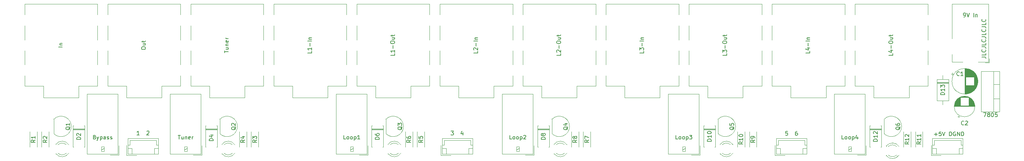
<source format=gbr>
%TF.GenerationSoftware,KiCad,Pcbnew,(6.0.5)*%
%TF.CreationDate,2022-08-06T18:20:51-04:00*%
%TF.ProjectId,effects-switcher,65666665-6374-4732-9d73-776974636865,rev?*%
%TF.SameCoordinates,Original*%
%TF.FileFunction,Legend,Top*%
%TF.FilePolarity,Positive*%
%FSLAX46Y46*%
G04 Gerber Fmt 4.6, Leading zero omitted, Abs format (unit mm)*
G04 Created by KiCad (PCBNEW (6.0.5)) date 2022-08-06 18:20:51*
%MOMM*%
%LPD*%
G01*
G04 APERTURE LIST*
%ADD10C,0.150000*%
%ADD11C,0.120000*%
G04 APERTURE END LIST*
D10*
X231886688Y-33267335D02*
X232648593Y-33267335D01*
X232267641Y-33648287D02*
X232267641Y-32886383D01*
X233600974Y-32648287D02*
X233124784Y-32648287D01*
X233077165Y-33124478D01*
X233124784Y-33076859D01*
X233220022Y-33029240D01*
X233458117Y-33029240D01*
X233553355Y-33076859D01*
X233600974Y-33124478D01*
X233648593Y-33219716D01*
X233648593Y-33457811D01*
X233600974Y-33553049D01*
X233553355Y-33600668D01*
X233458117Y-33648287D01*
X233220022Y-33648287D01*
X233124784Y-33600668D01*
X233077165Y-33553049D01*
X233934307Y-32648287D02*
X234267641Y-33648287D01*
X234600974Y-32648287D01*
X235696212Y-33648287D02*
X235696212Y-32648287D01*
X235934307Y-32648287D01*
X236077165Y-32695907D01*
X236172403Y-32791145D01*
X236220022Y-32886383D01*
X236267641Y-33076859D01*
X236267641Y-33219716D01*
X236220022Y-33410192D01*
X236172403Y-33505430D01*
X236077165Y-33600668D01*
X235934307Y-33648287D01*
X235696212Y-33648287D01*
X237220022Y-32695907D02*
X237124784Y-32648287D01*
X236981926Y-32648287D01*
X236839069Y-32695907D01*
X236743831Y-32791145D01*
X236696212Y-32886383D01*
X236648593Y-33076859D01*
X236648593Y-33219716D01*
X236696212Y-33410192D01*
X236743831Y-33505430D01*
X236839069Y-33600668D01*
X236981926Y-33648287D01*
X237077165Y-33648287D01*
X237220022Y-33600668D01*
X237267641Y-33553049D01*
X237267641Y-33219716D01*
X237077165Y-33219716D01*
X237696212Y-33648287D02*
X237696212Y-32648287D01*
X238267641Y-33648287D01*
X238267641Y-32648287D01*
X238743831Y-33648287D02*
X238743831Y-32648287D01*
X238981926Y-32648287D01*
X239124784Y-32695907D01*
X239220022Y-32791145D01*
X239267641Y-32886383D01*
X239315260Y-33076859D01*
X239315260Y-33219716D01*
X239267641Y-33410192D01*
X239220022Y-33505430D01*
X239124784Y-33600668D01*
X238981926Y-33648287D01*
X238743831Y-33648287D01*
X30795645Y-33409352D02*
X30224216Y-33409352D01*
X30509930Y-33409352D02*
X30509930Y-32409352D01*
X30414692Y-32552210D01*
X30319454Y-32647448D01*
X30224216Y-32695067D01*
X32700406Y-32504591D02*
X32748026Y-32456972D01*
X32843264Y-32409352D01*
X33081359Y-32409352D01*
X33176597Y-32456972D01*
X33224216Y-32504591D01*
X33271835Y-32599829D01*
X33271835Y-32695067D01*
X33224216Y-32837924D01*
X32652787Y-33409352D01*
X33271835Y-33409352D01*
X194765865Y-32527307D02*
X194289674Y-32527307D01*
X194242055Y-33003498D01*
X194289674Y-32955879D01*
X194384912Y-32908260D01*
X194623007Y-32908260D01*
X194718245Y-32955879D01*
X194765865Y-33003498D01*
X194813484Y-33098736D01*
X194813484Y-33336831D01*
X194765865Y-33432069D01*
X194718245Y-33479688D01*
X194623007Y-33527307D01*
X194384912Y-33527307D01*
X194289674Y-33479688D01*
X194242055Y-33432069D01*
X197194436Y-32527307D02*
X197003960Y-32527307D01*
X196908722Y-32574927D01*
X196861103Y-32622546D01*
X196765865Y-32765403D01*
X196718245Y-32955879D01*
X196718245Y-33336831D01*
X196765865Y-33432069D01*
X196813484Y-33479688D01*
X196908722Y-33527307D01*
X197099198Y-33527307D01*
X197194436Y-33479688D01*
X197242055Y-33432069D01*
X197289674Y-33336831D01*
X197289674Y-33098736D01*
X197242055Y-33003498D01*
X197194436Y-32955879D01*
X197099198Y-32908260D01*
X196908722Y-32908260D01*
X196813484Y-32955879D01*
X196765865Y-33003498D01*
X196718245Y-33098736D01*
X239309523Y-3452380D02*
X239500000Y-3452380D01*
X239595238Y-3404761D01*
X239642857Y-3357142D01*
X239738095Y-3214285D01*
X239785714Y-3023809D01*
X239785714Y-2642857D01*
X239738095Y-2547619D01*
X239690476Y-2500000D01*
X239595238Y-2452380D01*
X239404761Y-2452380D01*
X239309523Y-2500000D01*
X239261904Y-2547619D01*
X239214285Y-2642857D01*
X239214285Y-2880952D01*
X239261904Y-2976190D01*
X239309523Y-3023809D01*
X239404761Y-3071428D01*
X239595238Y-3071428D01*
X239690476Y-3023809D01*
X239738095Y-2976190D01*
X239785714Y-2880952D01*
X240071428Y-2452380D02*
X240404761Y-3452380D01*
X240738095Y-2452380D01*
X241833333Y-3452380D02*
X241833333Y-2452380D01*
X242309523Y-2785714D02*
X242309523Y-3452380D01*
X242309523Y-2880952D02*
X242357142Y-2833333D01*
X242452380Y-2785714D01*
X242595238Y-2785714D01*
X242690476Y-2833333D01*
X242738095Y-2928571D01*
X242738095Y-3452380D01*
X109632851Y-32460769D02*
X110251899Y-32460769D01*
X109918565Y-32841722D01*
X110061422Y-32841722D01*
X110156660Y-32889341D01*
X110204280Y-32936960D01*
X110251899Y-33032198D01*
X110251899Y-33270293D01*
X110204280Y-33365531D01*
X110156660Y-33413150D01*
X110061422Y-33460769D01*
X109775708Y-33460769D01*
X109680470Y-33413150D01*
X109632851Y-33365531D01*
X112632851Y-32794103D02*
X112632851Y-33460769D01*
X112394756Y-32413150D02*
X112156660Y-33127436D01*
X112775708Y-33127436D01*
X243887058Y-13619047D02*
X244601344Y-13619047D01*
X244744201Y-13666666D01*
X244839439Y-13761904D01*
X244887058Y-13904761D01*
X244887058Y-14000000D01*
X244887058Y-12666666D02*
X244887058Y-13142857D01*
X243887058Y-13142857D01*
X244791820Y-11761904D02*
X244839439Y-11809523D01*
X244887058Y-11952380D01*
X244887058Y-12047619D01*
X244839439Y-12190476D01*
X244744201Y-12285714D01*
X244648963Y-12333333D01*
X244458487Y-12380952D01*
X244315630Y-12380952D01*
X244125154Y-12333333D01*
X244029916Y-12285714D01*
X243934678Y-12190476D01*
X243887058Y-12047619D01*
X243887058Y-11952380D01*
X243934678Y-11809523D01*
X243982297Y-11761904D01*
X243887058Y-11047619D02*
X244601344Y-11047619D01*
X244744201Y-11095238D01*
X244839439Y-11190476D01*
X244887058Y-11333333D01*
X244887058Y-11428571D01*
X244887058Y-10095238D02*
X244887058Y-10571428D01*
X243887058Y-10571428D01*
X244791820Y-9190476D02*
X244839439Y-9238095D01*
X244887058Y-9380952D01*
X244887058Y-9476190D01*
X244839439Y-9619047D01*
X244744201Y-9714285D01*
X244648963Y-9761904D01*
X244458487Y-9809523D01*
X244315630Y-9809523D01*
X244125154Y-9761904D01*
X244029916Y-9714285D01*
X243934678Y-9619047D01*
X243887058Y-9476190D01*
X243887058Y-9380952D01*
X243934678Y-9238095D01*
X243982297Y-9190476D01*
X243887058Y-8476190D02*
X244601344Y-8476190D01*
X244744201Y-8523809D01*
X244839439Y-8619047D01*
X244887058Y-8761904D01*
X244887058Y-8857142D01*
X244887058Y-7523809D02*
X244887058Y-8000000D01*
X243887058Y-8000000D01*
X244791820Y-6619047D02*
X244839439Y-6666666D01*
X244887058Y-6809523D01*
X244887058Y-6904761D01*
X244839439Y-7047619D01*
X244744201Y-7142857D01*
X244648963Y-7190476D01*
X244458487Y-7238095D01*
X244315630Y-7238095D01*
X244125154Y-7190476D01*
X244029916Y-7142857D01*
X243934678Y-7047619D01*
X243887058Y-6904761D01*
X243887058Y-6809523D01*
X243934678Y-6666666D01*
X243982297Y-6619047D01*
X243887058Y-5904761D02*
X244601344Y-5904761D01*
X244744201Y-5952380D01*
X244839439Y-6047619D01*
X244887058Y-6190476D01*
X244887058Y-6285714D01*
X244887058Y-4952380D02*
X244887058Y-5428571D01*
X243887058Y-5428571D01*
X244791820Y-4047619D02*
X244839439Y-4095238D01*
X244887058Y-4238095D01*
X244887058Y-4333333D01*
X244839439Y-4476190D01*
X244744201Y-4571428D01*
X244648963Y-4619047D01*
X244458487Y-4666666D01*
X244315630Y-4666666D01*
X244125154Y-4619047D01*
X244029916Y-4571428D01*
X243934678Y-4476190D01*
X243887058Y-4333333D01*
X243887058Y-4238095D01*
X243934678Y-4095238D01*
X243982297Y-4047619D01*
%TO.C,D13*%
X234467380Y-23214285D02*
X233467380Y-23214285D01*
X233467380Y-22976190D01*
X233515000Y-22833333D01*
X233610238Y-22738095D01*
X233705476Y-22690476D01*
X233895952Y-22642857D01*
X234038809Y-22642857D01*
X234229285Y-22690476D01*
X234324523Y-22738095D01*
X234419761Y-22833333D01*
X234467380Y-22976190D01*
X234467380Y-23214285D01*
X234467380Y-21690476D02*
X234467380Y-22261904D01*
X234467380Y-21976190D02*
X233467380Y-21976190D01*
X233610238Y-22071428D01*
X233705476Y-22166666D01*
X233753095Y-22261904D01*
X233467380Y-21357142D02*
X233467380Y-20738095D01*
X233848333Y-21071428D01*
X233848333Y-20928571D01*
X233895952Y-20833333D01*
X233943571Y-20785714D01*
X234038809Y-20738095D01*
X234276904Y-20738095D01*
X234372142Y-20785714D01*
X234419761Y-20833333D01*
X234467380Y-20928571D01*
X234467380Y-21214285D01*
X234419761Y-21309523D01*
X234372142Y-21357142D01*
%TO.C,R1*%
X4467380Y-34706666D02*
X3991190Y-35040000D01*
X4467380Y-35278095D02*
X3467380Y-35278095D01*
X3467380Y-34897142D01*
X3515000Y-34801904D01*
X3562619Y-34754285D01*
X3657857Y-34706666D01*
X3800714Y-34706666D01*
X3895952Y-34754285D01*
X3943571Y-34801904D01*
X3991190Y-34897142D01*
X3991190Y-35278095D01*
X4467380Y-33754285D02*
X4467380Y-34325714D01*
X4467380Y-34040000D02*
X3467380Y-34040000D01*
X3610238Y-34135238D01*
X3705476Y-34230476D01*
X3753095Y-34325714D01*
%TO.C,J6*%
X116352380Y-12126190D02*
X116352380Y-12602380D01*
X115352380Y-12602380D01*
X115447619Y-11840476D02*
X115400000Y-11792857D01*
X115352380Y-11697619D01*
X115352380Y-11459523D01*
X115400000Y-11364285D01*
X115447619Y-11316666D01*
X115542857Y-11269047D01*
X115638095Y-11269047D01*
X115780952Y-11316666D01*
X116352380Y-11888095D01*
X116352380Y-11269047D01*
X115971428Y-10840476D02*
X115971428Y-10078571D01*
X116352380Y-9602380D02*
X115352380Y-9602380D01*
X115685714Y-9126190D02*
X116352380Y-9126190D01*
X115780952Y-9126190D02*
X115733333Y-9078571D01*
X115685714Y-8983333D01*
X115685714Y-8840476D01*
X115733333Y-8745238D01*
X115828571Y-8697619D01*
X116352380Y-8697619D01*
%TO.C,J1*%
X11352380Y-11102380D02*
X10352380Y-11102380D01*
X10685714Y-10626190D02*
X11352380Y-10626190D01*
X10780952Y-10626190D02*
X10733333Y-10578571D01*
X10685714Y-10483333D01*
X10685714Y-10340476D01*
X10733333Y-10245238D01*
X10828571Y-10197619D01*
X11352380Y-10197619D01*
%TO.C,D4*%
X49509592Y-34906447D02*
X48509592Y-34906447D01*
X48509592Y-34668352D01*
X48557212Y-34525494D01*
X48652450Y-34430256D01*
X48747688Y-34382637D01*
X48938164Y-34335018D01*
X49081021Y-34335018D01*
X49271497Y-34382637D01*
X49366735Y-34430256D01*
X49461973Y-34525494D01*
X49509592Y-34668352D01*
X49509592Y-34906447D01*
X48842926Y-33477875D02*
X49509592Y-33477875D01*
X48461973Y-33715971D02*
X49176259Y-33954066D01*
X49176259Y-33335018D01*
%TO.C,Q3*%
X97292524Y-31346675D02*
X97244905Y-31441913D01*
X97149666Y-31537151D01*
X97006809Y-31680008D01*
X96959190Y-31775246D01*
X96959190Y-31870484D01*
X97197285Y-31822865D02*
X97149666Y-31918103D01*
X97054428Y-32013341D01*
X96863952Y-32060960D01*
X96530619Y-32060960D01*
X96340143Y-32013341D01*
X96244905Y-31918103D01*
X96197285Y-31822865D01*
X96197285Y-31632389D01*
X96244905Y-31537151D01*
X96340143Y-31441913D01*
X96530619Y-31394294D01*
X96863952Y-31394294D01*
X97054428Y-31441913D01*
X97149666Y-31537151D01*
X97197285Y-31632389D01*
X97197285Y-31822865D01*
X96197285Y-31060960D02*
X96197285Y-30441913D01*
X96578238Y-30775246D01*
X96578238Y-30632389D01*
X96625857Y-30537151D01*
X96673476Y-30489532D01*
X96768714Y-30441913D01*
X97006809Y-30441913D01*
X97102047Y-30489532D01*
X97149666Y-30537151D01*
X97197285Y-30632389D01*
X97197285Y-30918103D01*
X97149666Y-31013341D01*
X97102047Y-31060960D01*
%TO.C,K1*%
X19504775Y-33980252D02*
X19647632Y-34027871D01*
X19695251Y-34075490D01*
X19742870Y-34170728D01*
X19742870Y-34313585D01*
X19695251Y-34408823D01*
X19647632Y-34456442D01*
X19552394Y-34504061D01*
X19171442Y-34504061D01*
X19171442Y-33504061D01*
X19504775Y-33504061D01*
X19600013Y-33551681D01*
X19647632Y-33599300D01*
X19695251Y-33694538D01*
X19695251Y-33789776D01*
X19647632Y-33885014D01*
X19600013Y-33932633D01*
X19504775Y-33980252D01*
X19171442Y-33980252D01*
X20076204Y-33837395D02*
X20314299Y-34504061D01*
X20552394Y-33837395D02*
X20314299Y-34504061D01*
X20219061Y-34742157D01*
X20171442Y-34789776D01*
X20076204Y-34837395D01*
X20933346Y-33837395D02*
X20933346Y-34837395D01*
X20933346Y-33885014D02*
X21028585Y-33837395D01*
X21219061Y-33837395D01*
X21314299Y-33885014D01*
X21361918Y-33932633D01*
X21409537Y-34027871D01*
X21409537Y-34313585D01*
X21361918Y-34408823D01*
X21314299Y-34456442D01*
X21219061Y-34504061D01*
X21028585Y-34504061D01*
X20933346Y-34456442D01*
X22266680Y-34504061D02*
X22266680Y-33980252D01*
X22219061Y-33885014D01*
X22123823Y-33837395D01*
X21933346Y-33837395D01*
X21838108Y-33885014D01*
X22266680Y-34456442D02*
X22171442Y-34504061D01*
X21933346Y-34504061D01*
X21838108Y-34456442D01*
X21790489Y-34361204D01*
X21790489Y-34265966D01*
X21838108Y-34170728D01*
X21933346Y-34123109D01*
X22171442Y-34123109D01*
X22266680Y-34075490D01*
X22695251Y-34456442D02*
X22790489Y-34504061D01*
X22980965Y-34504061D01*
X23076204Y-34456442D01*
X23123823Y-34361204D01*
X23123823Y-34313585D01*
X23076204Y-34218347D01*
X22980965Y-34170728D01*
X22838108Y-34170728D01*
X22742870Y-34123109D01*
X22695251Y-34027871D01*
X22695251Y-33980252D01*
X22742870Y-33885014D01*
X22838108Y-33837395D01*
X22980965Y-33837395D01*
X23076204Y-33885014D01*
X23504775Y-34456442D02*
X23600013Y-34504061D01*
X23790489Y-34504061D01*
X23885727Y-34456442D01*
X23933346Y-34361204D01*
X23933346Y-34313585D01*
X23885727Y-34218347D01*
X23790489Y-34170728D01*
X23647632Y-34170728D01*
X23552394Y-34123109D01*
X23504775Y-34027871D01*
X23504775Y-33980252D01*
X23552394Y-33885014D01*
X23647632Y-33837395D01*
X23790489Y-33837395D01*
X23885727Y-33885014D01*
%TO.C,Q4*%
X139203865Y-31365238D02*
X139156246Y-31460476D01*
X139061007Y-31555714D01*
X138918150Y-31698571D01*
X138870531Y-31793809D01*
X138870531Y-31889047D01*
X139108626Y-31841428D02*
X139061007Y-31936666D01*
X138965769Y-32031904D01*
X138775293Y-32079523D01*
X138441960Y-32079523D01*
X138251484Y-32031904D01*
X138156246Y-31936666D01*
X138108626Y-31841428D01*
X138108626Y-31650952D01*
X138156246Y-31555714D01*
X138251484Y-31460476D01*
X138441960Y-31412857D01*
X138775293Y-31412857D01*
X138965769Y-31460476D01*
X139061007Y-31555714D01*
X139108626Y-31650952D01*
X139108626Y-31841428D01*
X138441960Y-30555714D02*
X139108626Y-30555714D01*
X138061007Y-30793809D02*
X138775293Y-31031904D01*
X138775293Y-30412857D01*
%TO.C,R3*%
X60467380Y-34706666D02*
X59991190Y-35040000D01*
X60467380Y-35278095D02*
X59467380Y-35278095D01*
X59467380Y-34897142D01*
X59515000Y-34801904D01*
X59562619Y-34754285D01*
X59657857Y-34706666D01*
X59800714Y-34706666D01*
X59895952Y-34754285D01*
X59943571Y-34801904D01*
X59991190Y-34897142D01*
X59991190Y-35278095D01*
X59467380Y-34373333D02*
X59467380Y-33754285D01*
X59848333Y-34087619D01*
X59848333Y-33944761D01*
X59895952Y-33849523D01*
X59943571Y-33801904D01*
X60038809Y-33754285D01*
X60276904Y-33754285D01*
X60372142Y-33801904D01*
X60419761Y-33849523D01*
X60467380Y-33944761D01*
X60467380Y-34230476D01*
X60419761Y-34325714D01*
X60372142Y-34373333D01*
%TO.C,R9*%
X186467380Y-34706666D02*
X185991190Y-35040000D01*
X186467380Y-35278095D02*
X185467380Y-35278095D01*
X185467380Y-34897142D01*
X185515000Y-34801904D01*
X185562619Y-34754285D01*
X185657857Y-34706666D01*
X185800714Y-34706666D01*
X185895952Y-34754285D01*
X185943571Y-34801904D01*
X185991190Y-34897142D01*
X185991190Y-35278095D01*
X186467380Y-34230476D02*
X186467380Y-34040000D01*
X186419761Y-33944761D01*
X186372142Y-33897142D01*
X186229285Y-33801904D01*
X186038809Y-33754285D01*
X185657857Y-33754285D01*
X185562619Y-33801904D01*
X185515000Y-33849523D01*
X185467380Y-33944761D01*
X185467380Y-34135238D01*
X185515000Y-34230476D01*
X185562619Y-34278095D01*
X185657857Y-34325714D01*
X185895952Y-34325714D01*
X185991190Y-34278095D01*
X186038809Y-34230476D01*
X186086428Y-34135238D01*
X186086428Y-33944761D01*
X186038809Y-33849523D01*
X185991190Y-33801904D01*
X185895952Y-33754285D01*
%TO.C,Q2*%
X55214383Y-31365238D02*
X55166764Y-31460476D01*
X55071525Y-31555714D01*
X54928668Y-31698571D01*
X54881049Y-31793809D01*
X54881049Y-31889047D01*
X55119144Y-31841428D02*
X55071525Y-31936666D01*
X54976287Y-32031904D01*
X54785811Y-32079523D01*
X54452478Y-32079523D01*
X54262002Y-32031904D01*
X54166764Y-31936666D01*
X54119144Y-31841428D01*
X54119144Y-31650952D01*
X54166764Y-31555714D01*
X54262002Y-31460476D01*
X54452478Y-31412857D01*
X54785811Y-31412857D01*
X54976287Y-31460476D01*
X55071525Y-31555714D01*
X55119144Y-31650952D01*
X55119144Y-31841428D01*
X54214383Y-31031904D02*
X54166764Y-30984285D01*
X54119144Y-30889047D01*
X54119144Y-30650952D01*
X54166764Y-30555714D01*
X54214383Y-30508095D01*
X54309621Y-30460476D01*
X54404859Y-30460476D01*
X54547716Y-30508095D01*
X55119144Y-31079523D01*
X55119144Y-30460476D01*
%TO.C,K5*%
X167004775Y-34504061D02*
X166528585Y-34504061D01*
X166528585Y-33504061D01*
X167480965Y-34504061D02*
X167385727Y-34456442D01*
X167338108Y-34408823D01*
X167290489Y-34313585D01*
X167290489Y-34027871D01*
X167338108Y-33932633D01*
X167385727Y-33885014D01*
X167480965Y-33837395D01*
X167623823Y-33837395D01*
X167719061Y-33885014D01*
X167766680Y-33932633D01*
X167814299Y-34027871D01*
X167814299Y-34313585D01*
X167766680Y-34408823D01*
X167719061Y-34456442D01*
X167623823Y-34504061D01*
X167480965Y-34504061D01*
X168385727Y-34504061D02*
X168290489Y-34456442D01*
X168242870Y-34408823D01*
X168195251Y-34313585D01*
X168195251Y-34027871D01*
X168242870Y-33932633D01*
X168290489Y-33885014D01*
X168385727Y-33837395D01*
X168528585Y-33837395D01*
X168623823Y-33885014D01*
X168671442Y-33932633D01*
X168719061Y-34027871D01*
X168719061Y-34313585D01*
X168671442Y-34408823D01*
X168623823Y-34456442D01*
X168528585Y-34504061D01*
X168385727Y-34504061D01*
X169147632Y-33837395D02*
X169147632Y-34837395D01*
X169147632Y-33885014D02*
X169242870Y-33837395D01*
X169433346Y-33837395D01*
X169528585Y-33885014D01*
X169576204Y-33932633D01*
X169623823Y-34027871D01*
X169623823Y-34313585D01*
X169576204Y-34408823D01*
X169528585Y-34456442D01*
X169433346Y-34504061D01*
X169242870Y-34504061D01*
X169147632Y-34456442D01*
X169957156Y-33504061D02*
X170576204Y-33504061D01*
X170242870Y-33885014D01*
X170385727Y-33885014D01*
X170480965Y-33932633D01*
X170528585Y-33980252D01*
X170576204Y-34075490D01*
X170576204Y-34313585D01*
X170528585Y-34408823D01*
X170480965Y-34456442D01*
X170385727Y-34504061D01*
X170100013Y-34504061D01*
X170004775Y-34456442D01*
X169957156Y-34408823D01*
%TO.C,R5*%
X102467380Y-34706666D02*
X101991190Y-35040000D01*
X102467380Y-35278095D02*
X101467380Y-35278095D01*
X101467380Y-34897142D01*
X101515000Y-34801904D01*
X101562619Y-34754285D01*
X101657857Y-34706666D01*
X101800714Y-34706666D01*
X101895952Y-34754285D01*
X101943571Y-34801904D01*
X101991190Y-34897142D01*
X101991190Y-35278095D01*
X101467380Y-33801904D02*
X101467380Y-34278095D01*
X101943571Y-34325714D01*
X101895952Y-34278095D01*
X101848333Y-34182857D01*
X101848333Y-33944761D01*
X101895952Y-33849523D01*
X101943571Y-33801904D01*
X102038809Y-33754285D01*
X102276904Y-33754285D01*
X102372142Y-33801904D01*
X102419761Y-33849523D01*
X102467380Y-33944761D01*
X102467380Y-34182857D01*
X102419761Y-34278095D01*
X102372142Y-34325714D01*
%TO.C,C2*%
X239353681Y-30805074D02*
X239306062Y-30852693D01*
X239163205Y-30900312D01*
X239067967Y-30900312D01*
X238925109Y-30852693D01*
X238829871Y-30757455D01*
X238782252Y-30662217D01*
X238734633Y-30471741D01*
X238734633Y-30328884D01*
X238782252Y-30138408D01*
X238829871Y-30043170D01*
X238925109Y-29947932D01*
X239067967Y-29900312D01*
X239163205Y-29900312D01*
X239306062Y-29947932D01*
X239353681Y-29995551D01*
X239734633Y-29995551D02*
X239782252Y-29947932D01*
X239877490Y-29900312D01*
X240115586Y-29900312D01*
X240210824Y-29947932D01*
X240258443Y-29995551D01*
X240306062Y-30090789D01*
X240306062Y-30186027D01*
X240258443Y-30328884D01*
X239687014Y-30900312D01*
X240306062Y-30900312D01*
%TO.C,D12*%
X217467380Y-35024285D02*
X216467380Y-35024285D01*
X216467380Y-34786190D01*
X216515000Y-34643333D01*
X216610238Y-34548095D01*
X216705476Y-34500476D01*
X216895952Y-34452857D01*
X217038809Y-34452857D01*
X217229285Y-34500476D01*
X217324523Y-34548095D01*
X217419761Y-34643333D01*
X217467380Y-34786190D01*
X217467380Y-35024285D01*
X217467380Y-33500476D02*
X217467380Y-34071904D01*
X217467380Y-33786190D02*
X216467380Y-33786190D01*
X216610238Y-33881428D01*
X216705476Y-33976666D01*
X216753095Y-34071904D01*
X216562619Y-33119523D02*
X216515000Y-33071904D01*
X216467380Y-32976666D01*
X216467380Y-32738571D01*
X216515000Y-32643333D01*
X216562619Y-32595714D01*
X216657857Y-32548095D01*
X216753095Y-32548095D01*
X216895952Y-32595714D01*
X217467380Y-33167142D01*
X217467380Y-32548095D01*
%TO.C,K3*%
X83004775Y-34504061D02*
X82528585Y-34504061D01*
X82528585Y-33504061D01*
X83480965Y-34504061D02*
X83385727Y-34456442D01*
X83338108Y-34408823D01*
X83290489Y-34313585D01*
X83290489Y-34027871D01*
X83338108Y-33932633D01*
X83385727Y-33885014D01*
X83480965Y-33837395D01*
X83623823Y-33837395D01*
X83719061Y-33885014D01*
X83766680Y-33932633D01*
X83814299Y-34027871D01*
X83814299Y-34313585D01*
X83766680Y-34408823D01*
X83719061Y-34456442D01*
X83623823Y-34504061D01*
X83480965Y-34504061D01*
X84385727Y-34504061D02*
X84290489Y-34456442D01*
X84242870Y-34408823D01*
X84195251Y-34313585D01*
X84195251Y-34027871D01*
X84242870Y-33932633D01*
X84290489Y-33885014D01*
X84385727Y-33837395D01*
X84528585Y-33837395D01*
X84623823Y-33885014D01*
X84671442Y-33932633D01*
X84719061Y-34027871D01*
X84719061Y-34313585D01*
X84671442Y-34408823D01*
X84623823Y-34456442D01*
X84528585Y-34504061D01*
X84385727Y-34504061D01*
X85147632Y-33837395D02*
X85147632Y-34837395D01*
X85147632Y-33885014D02*
X85242870Y-33837395D01*
X85433346Y-33837395D01*
X85528585Y-33885014D01*
X85576204Y-33932633D01*
X85623823Y-34027871D01*
X85623823Y-34313585D01*
X85576204Y-34408823D01*
X85528585Y-34456442D01*
X85433346Y-34504061D01*
X85242870Y-34504061D01*
X85147632Y-34456442D01*
X86576204Y-34504061D02*
X86004775Y-34504061D01*
X86290489Y-34504061D02*
X86290489Y-33504061D01*
X86195251Y-33646919D01*
X86100013Y-33742157D01*
X86004775Y-33789776D01*
%TO.C,R4*%
X57467380Y-34706666D02*
X56991190Y-35040000D01*
X57467380Y-35278095D02*
X56467380Y-35278095D01*
X56467380Y-34897142D01*
X56515000Y-34801904D01*
X56562619Y-34754285D01*
X56657857Y-34706666D01*
X56800714Y-34706666D01*
X56895952Y-34754285D01*
X56943571Y-34801904D01*
X56991190Y-34897142D01*
X56991190Y-35278095D01*
X56800714Y-33849523D02*
X57467380Y-33849523D01*
X56419761Y-34087619D02*
X57134047Y-34325714D01*
X57134047Y-33706666D01*
%TO.C,Q1*%
X13301374Y-31365238D02*
X13253755Y-31460476D01*
X13158516Y-31555714D01*
X13015659Y-31698571D01*
X12968040Y-31793809D01*
X12968040Y-31889047D01*
X13206135Y-31841428D02*
X13158516Y-31936666D01*
X13063278Y-32031904D01*
X12872802Y-32079523D01*
X12539469Y-32079523D01*
X12348993Y-32031904D01*
X12253755Y-31936666D01*
X12206135Y-31841428D01*
X12206135Y-31650952D01*
X12253755Y-31555714D01*
X12348993Y-31460476D01*
X12539469Y-31412857D01*
X12872802Y-31412857D01*
X13063278Y-31460476D01*
X13158516Y-31555714D01*
X13206135Y-31650952D01*
X13206135Y-31841428D01*
X13206135Y-30460476D02*
X13206135Y-31031904D01*
X13206135Y-30746190D02*
X12206135Y-30746190D01*
X12348993Y-30841428D01*
X12444231Y-30936666D01*
X12491850Y-31031904D01*
%TO.C,R10*%
X183467380Y-35182857D02*
X182991190Y-35516190D01*
X183467380Y-35754285D02*
X182467380Y-35754285D01*
X182467380Y-35373333D01*
X182515000Y-35278095D01*
X182562619Y-35230476D01*
X182657857Y-35182857D01*
X182800714Y-35182857D01*
X182895952Y-35230476D01*
X182943571Y-35278095D01*
X182991190Y-35373333D01*
X182991190Y-35754285D01*
X183467380Y-34230476D02*
X183467380Y-34801904D01*
X183467380Y-34516190D02*
X182467380Y-34516190D01*
X182610238Y-34611428D01*
X182705476Y-34706666D01*
X182753095Y-34801904D01*
X182467380Y-33611428D02*
X182467380Y-33516190D01*
X182515000Y-33420952D01*
X182562619Y-33373333D01*
X182657857Y-33325714D01*
X182848333Y-33278095D01*
X183086428Y-33278095D01*
X183276904Y-33325714D01*
X183372142Y-33373333D01*
X183419761Y-33420952D01*
X183467380Y-33516190D01*
X183467380Y-33611428D01*
X183419761Y-33706666D01*
X183372142Y-33754285D01*
X183276904Y-33801904D01*
X183086428Y-33849523D01*
X182848333Y-33849523D01*
X182657857Y-33801904D01*
X182562619Y-33754285D01*
X182515000Y-33706666D01*
X182467380Y-33611428D01*
%TO.C,K6*%
X209004775Y-34504061D02*
X208528585Y-34504061D01*
X208528585Y-33504061D01*
X209480965Y-34504061D02*
X209385727Y-34456442D01*
X209338108Y-34408823D01*
X209290489Y-34313585D01*
X209290489Y-34027871D01*
X209338108Y-33932633D01*
X209385727Y-33885014D01*
X209480965Y-33837395D01*
X209623823Y-33837395D01*
X209719061Y-33885014D01*
X209766680Y-33932633D01*
X209814299Y-34027871D01*
X209814299Y-34313585D01*
X209766680Y-34408823D01*
X209719061Y-34456442D01*
X209623823Y-34504061D01*
X209480965Y-34504061D01*
X210385727Y-34504061D02*
X210290489Y-34456442D01*
X210242870Y-34408823D01*
X210195251Y-34313585D01*
X210195251Y-34027871D01*
X210242870Y-33932633D01*
X210290489Y-33885014D01*
X210385727Y-33837395D01*
X210528585Y-33837395D01*
X210623823Y-33885014D01*
X210671442Y-33932633D01*
X210719061Y-34027871D01*
X210719061Y-34313585D01*
X210671442Y-34408823D01*
X210623823Y-34456442D01*
X210528585Y-34504061D01*
X210385727Y-34504061D01*
X211147632Y-33837395D02*
X211147632Y-34837395D01*
X211147632Y-33885014D02*
X211242870Y-33837395D01*
X211433346Y-33837395D01*
X211528585Y-33885014D01*
X211576204Y-33932633D01*
X211623823Y-34027871D01*
X211623823Y-34313585D01*
X211576204Y-34408823D01*
X211528585Y-34456442D01*
X211433346Y-34504061D01*
X211242870Y-34504061D01*
X211147632Y-34456442D01*
X212480965Y-33837395D02*
X212480965Y-34504061D01*
X212242870Y-33456442D02*
X212004775Y-34170728D01*
X212623823Y-34170728D01*
%TO.C,J3*%
X52352380Y-12578571D02*
X52352380Y-12007142D01*
X53352380Y-12292857D02*
X52352380Y-12292857D01*
X52685714Y-11245238D02*
X53352380Y-11245238D01*
X52685714Y-11673809D02*
X53209523Y-11673809D01*
X53304761Y-11626190D01*
X53352380Y-11530952D01*
X53352380Y-11388095D01*
X53304761Y-11292857D01*
X53257142Y-11245238D01*
X52685714Y-10769047D02*
X53352380Y-10769047D01*
X52780952Y-10769047D02*
X52733333Y-10721428D01*
X52685714Y-10626190D01*
X52685714Y-10483333D01*
X52733333Y-10388095D01*
X52828571Y-10340476D01*
X53352380Y-10340476D01*
X53304761Y-9483333D02*
X53352380Y-9578571D01*
X53352380Y-9769047D01*
X53304761Y-9864285D01*
X53209523Y-9911904D01*
X52828571Y-9911904D01*
X52733333Y-9864285D01*
X52685714Y-9769047D01*
X52685714Y-9578571D01*
X52733333Y-9483333D01*
X52828571Y-9435714D01*
X52923809Y-9435714D01*
X53019047Y-9911904D01*
X53352380Y-9007142D02*
X52685714Y-9007142D01*
X52876190Y-9007142D02*
X52780952Y-8959523D01*
X52733333Y-8911904D01*
X52685714Y-8816666D01*
X52685714Y-8721428D01*
%TO.C,K2*%
X40600013Y-33504061D02*
X41171442Y-33504061D01*
X40885727Y-34504061D02*
X40885727Y-33504061D01*
X41933346Y-33837395D02*
X41933346Y-34504061D01*
X41504775Y-33837395D02*
X41504775Y-34361204D01*
X41552394Y-34456442D01*
X41647632Y-34504061D01*
X41790489Y-34504061D01*
X41885727Y-34456442D01*
X41933346Y-34408823D01*
X42409537Y-33837395D02*
X42409537Y-34504061D01*
X42409537Y-33932633D02*
X42457156Y-33885014D01*
X42552394Y-33837395D01*
X42695251Y-33837395D01*
X42790489Y-33885014D01*
X42838108Y-33980252D01*
X42838108Y-34504061D01*
X43695251Y-34456442D02*
X43600013Y-34504061D01*
X43409537Y-34504061D01*
X43314299Y-34456442D01*
X43266680Y-34361204D01*
X43266680Y-33980252D01*
X43314299Y-33885014D01*
X43409537Y-33837395D01*
X43600013Y-33837395D01*
X43695251Y-33885014D01*
X43742870Y-33980252D01*
X43742870Y-34075490D01*
X43266680Y-34170728D01*
X44171442Y-34504061D02*
X44171442Y-33837395D01*
X44171442Y-34027871D02*
X44219061Y-33932633D01*
X44266680Y-33885014D01*
X44361918Y-33837395D01*
X44457156Y-33837395D01*
%TO.C,Q6*%
X223242350Y-31365238D02*
X223194731Y-31460476D01*
X223099492Y-31555714D01*
X222956635Y-31698571D01*
X222909016Y-31793809D01*
X222909016Y-31889047D01*
X223147111Y-31841428D02*
X223099492Y-31936666D01*
X223004254Y-32031904D01*
X222813778Y-32079523D01*
X222480445Y-32079523D01*
X222289969Y-32031904D01*
X222194731Y-31936666D01*
X222147111Y-31841428D01*
X222147111Y-31650952D01*
X222194731Y-31555714D01*
X222289969Y-31460476D01*
X222480445Y-31412857D01*
X222813778Y-31412857D01*
X223004254Y-31460476D01*
X223099492Y-31555714D01*
X223147111Y-31650952D01*
X223147111Y-31841428D01*
X222147111Y-30555714D02*
X222147111Y-30746190D01*
X222194731Y-30841428D01*
X222242350Y-30889047D01*
X222385207Y-30984285D01*
X222575683Y-31031904D01*
X222956635Y-31031904D01*
X223051873Y-30984285D01*
X223099492Y-30936666D01*
X223147111Y-30841428D01*
X223147111Y-30650952D01*
X223099492Y-30555714D01*
X223051873Y-30508095D01*
X222956635Y-30460476D01*
X222718540Y-30460476D01*
X222623302Y-30508095D01*
X222575683Y-30555714D01*
X222528064Y-30650952D01*
X222528064Y-30841428D01*
X222575683Y-30936666D01*
X222623302Y-30984285D01*
X222718540Y-31031904D01*
%TO.C,J7*%
X137352380Y-12697619D02*
X137352380Y-13173809D01*
X136352380Y-13173809D01*
X136447619Y-12411904D02*
X136400000Y-12364285D01*
X136352380Y-12269047D01*
X136352380Y-12030952D01*
X136400000Y-11935714D01*
X136447619Y-11888095D01*
X136542857Y-11840476D01*
X136638095Y-11840476D01*
X136780952Y-11888095D01*
X137352380Y-12459523D01*
X137352380Y-11840476D01*
X136971428Y-11411904D02*
X136971428Y-10650000D01*
X136352380Y-9983333D02*
X136352380Y-9792857D01*
X136400000Y-9697619D01*
X136495238Y-9602380D01*
X136685714Y-9554761D01*
X137019047Y-9554761D01*
X137209523Y-9602380D01*
X137304761Y-9697619D01*
X137352380Y-9792857D01*
X137352380Y-9983333D01*
X137304761Y-10078571D01*
X137209523Y-10173809D01*
X137019047Y-10221428D01*
X136685714Y-10221428D01*
X136495238Y-10173809D01*
X136400000Y-10078571D01*
X136352380Y-9983333D01*
X136685714Y-8697619D02*
X137352380Y-8697619D01*
X136685714Y-9126190D02*
X137209523Y-9126190D01*
X137304761Y-9078571D01*
X137352380Y-8983333D01*
X137352380Y-8840476D01*
X137304761Y-8745238D01*
X137257142Y-8697619D01*
X136685714Y-8364285D02*
X136685714Y-7983333D01*
X136352380Y-8221428D02*
X137209523Y-8221428D01*
X137304761Y-8173809D01*
X137352380Y-8078571D01*
X137352380Y-7983333D01*
%TO.C,J4*%
X74352380Y-12126190D02*
X74352380Y-12602380D01*
X73352380Y-12602380D01*
X74352380Y-11269047D02*
X74352380Y-11840476D01*
X74352380Y-11554761D02*
X73352380Y-11554761D01*
X73495238Y-11650000D01*
X73590476Y-11745238D01*
X73638095Y-11840476D01*
X73971428Y-10840476D02*
X73971428Y-10078571D01*
X74352380Y-9602380D02*
X73352380Y-9602380D01*
X73685714Y-9126190D02*
X74352380Y-9126190D01*
X73780952Y-9126190D02*
X73733333Y-9078571D01*
X73685714Y-8983333D01*
X73685714Y-8840476D01*
X73733333Y-8745238D01*
X73828571Y-8697619D01*
X74352380Y-8697619D01*
%TO.C,R8*%
X141467380Y-34706666D02*
X140991190Y-35040000D01*
X141467380Y-35278095D02*
X140467380Y-35278095D01*
X140467380Y-34897142D01*
X140515000Y-34801904D01*
X140562619Y-34754285D01*
X140657857Y-34706666D01*
X140800714Y-34706666D01*
X140895952Y-34754285D01*
X140943571Y-34801904D01*
X140991190Y-34897142D01*
X140991190Y-35278095D01*
X140895952Y-34135238D02*
X140848333Y-34230476D01*
X140800714Y-34278095D01*
X140705476Y-34325714D01*
X140657857Y-34325714D01*
X140562619Y-34278095D01*
X140515000Y-34230476D01*
X140467380Y-34135238D01*
X140467380Y-33944761D01*
X140515000Y-33849523D01*
X140562619Y-33801904D01*
X140657857Y-33754285D01*
X140705476Y-33754285D01*
X140800714Y-33801904D01*
X140848333Y-33849523D01*
X140895952Y-33944761D01*
X140895952Y-34135238D01*
X140943571Y-34230476D01*
X140991190Y-34278095D01*
X141086428Y-34325714D01*
X141276904Y-34325714D01*
X141372142Y-34278095D01*
X141419761Y-34230476D01*
X141467380Y-34135238D01*
X141467380Y-33944761D01*
X141419761Y-33849523D01*
X141372142Y-33801904D01*
X141276904Y-33754285D01*
X141086428Y-33754285D01*
X140991190Y-33801904D01*
X140943571Y-33849523D01*
X140895952Y-33944761D01*
%TO.C,R11*%
X228467380Y-35182857D02*
X227991190Y-35516190D01*
X228467380Y-35754285D02*
X227467380Y-35754285D01*
X227467380Y-35373333D01*
X227515000Y-35278095D01*
X227562619Y-35230476D01*
X227657857Y-35182857D01*
X227800714Y-35182857D01*
X227895952Y-35230476D01*
X227943571Y-35278095D01*
X227991190Y-35373333D01*
X227991190Y-35754285D01*
X228467380Y-34230476D02*
X228467380Y-34801904D01*
X228467380Y-34516190D02*
X227467380Y-34516190D01*
X227610238Y-34611428D01*
X227705476Y-34706666D01*
X227753095Y-34801904D01*
X228467380Y-33278095D02*
X228467380Y-33849523D01*
X228467380Y-33563809D02*
X227467380Y-33563809D01*
X227610238Y-33659047D01*
X227705476Y-33754285D01*
X227753095Y-33849523D01*
%TO.C,J5*%
X95352380Y-12697619D02*
X95352380Y-13173809D01*
X94352380Y-13173809D01*
X95352380Y-11840476D02*
X95352380Y-12411904D01*
X95352380Y-12126190D02*
X94352380Y-12126190D01*
X94495238Y-12221428D01*
X94590476Y-12316666D01*
X94638095Y-12411904D01*
X94971428Y-11411904D02*
X94971428Y-10650000D01*
X94352380Y-9983333D02*
X94352380Y-9792857D01*
X94400000Y-9697619D01*
X94495238Y-9602380D01*
X94685714Y-9554761D01*
X95019047Y-9554761D01*
X95209523Y-9602380D01*
X95304761Y-9697619D01*
X95352380Y-9792857D01*
X95352380Y-9983333D01*
X95304761Y-10078571D01*
X95209523Y-10173809D01*
X95019047Y-10221428D01*
X94685714Y-10221428D01*
X94495238Y-10173809D01*
X94400000Y-10078571D01*
X94352380Y-9983333D01*
X94685714Y-8697619D02*
X95352380Y-8697619D01*
X94685714Y-9126190D02*
X95209523Y-9126190D01*
X95304761Y-9078571D01*
X95352380Y-8983333D01*
X95352380Y-8840476D01*
X95304761Y-8745238D01*
X95257142Y-8697619D01*
X94685714Y-8364285D02*
X94685714Y-7983333D01*
X94352380Y-8221428D02*
X95209523Y-8221428D01*
X95304761Y-8173809D01*
X95352380Y-8078571D01*
X95352380Y-7983333D01*
%TO.C,D10*%
X175467380Y-35024285D02*
X174467380Y-35024285D01*
X174467380Y-34786190D01*
X174515000Y-34643333D01*
X174610238Y-34548095D01*
X174705476Y-34500476D01*
X174895952Y-34452857D01*
X175038809Y-34452857D01*
X175229285Y-34500476D01*
X175324523Y-34548095D01*
X175419761Y-34643333D01*
X175467380Y-34786190D01*
X175467380Y-35024285D01*
X175467380Y-33500476D02*
X175467380Y-34071904D01*
X175467380Y-33786190D02*
X174467380Y-33786190D01*
X174610238Y-33881428D01*
X174705476Y-33976666D01*
X174753095Y-34071904D01*
X174467380Y-32881428D02*
X174467380Y-32786190D01*
X174515000Y-32690952D01*
X174562619Y-32643333D01*
X174657857Y-32595714D01*
X174848333Y-32548095D01*
X175086428Y-32548095D01*
X175276904Y-32595714D01*
X175372142Y-32643333D01*
X175419761Y-32690952D01*
X175467380Y-32786190D01*
X175467380Y-32881428D01*
X175419761Y-32976666D01*
X175372142Y-33024285D01*
X175276904Y-33071904D01*
X175086428Y-33119523D01*
X174848333Y-33119523D01*
X174657857Y-33071904D01*
X174562619Y-33024285D01*
X174515000Y-32976666D01*
X174467380Y-32881428D01*
%TO.C,J9*%
X179352380Y-12697619D02*
X179352380Y-13173809D01*
X178352380Y-13173809D01*
X178352380Y-12459523D02*
X178352380Y-11840476D01*
X178733333Y-12173809D01*
X178733333Y-12030952D01*
X178780952Y-11935714D01*
X178828571Y-11888095D01*
X178923809Y-11840476D01*
X179161904Y-11840476D01*
X179257142Y-11888095D01*
X179304761Y-11935714D01*
X179352380Y-12030952D01*
X179352380Y-12316666D01*
X179304761Y-12411904D01*
X179257142Y-12459523D01*
X178971428Y-11411904D02*
X178971428Y-10650000D01*
X178352380Y-9983333D02*
X178352380Y-9792857D01*
X178400000Y-9697619D01*
X178495238Y-9602380D01*
X178685714Y-9554761D01*
X179019047Y-9554761D01*
X179209523Y-9602380D01*
X179304761Y-9697619D01*
X179352380Y-9792857D01*
X179352380Y-9983333D01*
X179304761Y-10078571D01*
X179209523Y-10173809D01*
X179019047Y-10221428D01*
X178685714Y-10221428D01*
X178495238Y-10173809D01*
X178400000Y-10078571D01*
X178352380Y-9983333D01*
X178685714Y-8697619D02*
X179352380Y-8697619D01*
X178685714Y-9126190D02*
X179209523Y-9126190D01*
X179304761Y-9078571D01*
X179352380Y-8983333D01*
X179352380Y-8840476D01*
X179304761Y-8745238D01*
X179257142Y-8697619D01*
X178685714Y-8364285D02*
X178685714Y-7983333D01*
X178352380Y-8221428D02*
X179209523Y-8221428D01*
X179304761Y-8173809D01*
X179352380Y-8078571D01*
X179352380Y-7983333D01*
%TO.C,D2*%
X15967380Y-34548095D02*
X14967380Y-34548095D01*
X14967380Y-34310000D01*
X15015000Y-34167142D01*
X15110238Y-34071904D01*
X15205476Y-34024285D01*
X15395952Y-33976666D01*
X15538809Y-33976666D01*
X15729285Y-34024285D01*
X15824523Y-34071904D01*
X15919761Y-34167142D01*
X15967380Y-34310000D01*
X15967380Y-34548095D01*
X15062619Y-33595714D02*
X15015000Y-33548095D01*
X14967380Y-33452857D01*
X14967380Y-33214761D01*
X15015000Y-33119523D01*
X15062619Y-33071904D01*
X15157857Y-33024285D01*
X15253095Y-33024285D01*
X15395952Y-33071904D01*
X15967380Y-33643333D01*
X15967380Y-33024285D01*
%TO.C,J10*%
X200352380Y-12126190D02*
X200352380Y-12602380D01*
X199352380Y-12602380D01*
X199685714Y-11364285D02*
X200352380Y-11364285D01*
X199304761Y-11602380D02*
X200019047Y-11840476D01*
X200019047Y-11221428D01*
X199971428Y-10840476D02*
X199971428Y-10078571D01*
X200352380Y-9602380D02*
X199352380Y-9602380D01*
X199685714Y-9126190D02*
X200352380Y-9126190D01*
X199780952Y-9126190D02*
X199733333Y-9078571D01*
X199685714Y-8983333D01*
X199685714Y-8840476D01*
X199733333Y-8745238D01*
X199828571Y-8697619D01*
X200352380Y-8697619D01*
%TO.C,U1*%
X244336685Y-27811820D02*
X245003351Y-27811820D01*
X244574780Y-28811820D01*
X245527161Y-28240392D02*
X245431923Y-28192773D01*
X245384304Y-28145154D01*
X245336685Y-28049916D01*
X245336685Y-28002297D01*
X245384304Y-27907059D01*
X245431923Y-27859440D01*
X245527161Y-27811820D01*
X245717637Y-27811820D01*
X245812875Y-27859440D01*
X245860494Y-27907059D01*
X245908113Y-28002297D01*
X245908113Y-28049916D01*
X245860494Y-28145154D01*
X245812875Y-28192773D01*
X245717637Y-28240392D01*
X245527161Y-28240392D01*
X245431923Y-28288011D01*
X245384304Y-28335630D01*
X245336685Y-28430868D01*
X245336685Y-28621344D01*
X245384304Y-28716582D01*
X245431923Y-28764201D01*
X245527161Y-28811820D01*
X245717637Y-28811820D01*
X245812875Y-28764201D01*
X245860494Y-28716582D01*
X245908113Y-28621344D01*
X245908113Y-28430868D01*
X245860494Y-28335630D01*
X245812875Y-28288011D01*
X245717637Y-28240392D01*
X246527161Y-27811820D02*
X246622399Y-27811820D01*
X246717637Y-27859440D01*
X246765256Y-27907059D01*
X246812875Y-28002297D01*
X246860494Y-28192773D01*
X246860494Y-28430868D01*
X246812875Y-28621344D01*
X246765256Y-28716582D01*
X246717637Y-28764201D01*
X246622399Y-28811820D01*
X246527161Y-28811820D01*
X246431923Y-28764201D01*
X246384304Y-28716582D01*
X246336685Y-28621344D01*
X246289066Y-28430868D01*
X246289066Y-28192773D01*
X246336685Y-28002297D01*
X246384304Y-27907059D01*
X246431923Y-27859440D01*
X246527161Y-27811820D01*
X247765256Y-27811820D02*
X247289066Y-27811820D01*
X247241447Y-28288011D01*
X247289066Y-28240392D01*
X247384304Y-28192773D01*
X247622399Y-28192773D01*
X247717637Y-28240392D01*
X247765256Y-28288011D01*
X247812875Y-28383249D01*
X247812875Y-28621344D01*
X247765256Y-28716582D01*
X247717637Y-28764201D01*
X247622399Y-28811820D01*
X247384304Y-28811820D01*
X247289066Y-28764201D01*
X247241447Y-28716582D01*
%TO.C,R7*%
X144467380Y-34706666D02*
X143991190Y-35040000D01*
X144467380Y-35278095D02*
X143467380Y-35278095D01*
X143467380Y-34897142D01*
X143515000Y-34801904D01*
X143562619Y-34754285D01*
X143657857Y-34706666D01*
X143800714Y-34706666D01*
X143895952Y-34754285D01*
X143943571Y-34801904D01*
X143991190Y-34897142D01*
X143991190Y-35278095D01*
X143467380Y-34373333D02*
X143467380Y-33706666D01*
X144467380Y-34135238D01*
%TO.C,J11*%
X221352380Y-12697619D02*
X221352380Y-13173809D01*
X220352380Y-13173809D01*
X220685714Y-11935714D02*
X221352380Y-11935714D01*
X220304761Y-12173809D02*
X221019047Y-12411904D01*
X221019047Y-11792857D01*
X220971428Y-11411904D02*
X220971428Y-10650000D01*
X220352380Y-9983333D02*
X220352380Y-9792857D01*
X220400000Y-9697619D01*
X220495238Y-9602380D01*
X220685714Y-9554761D01*
X221019047Y-9554761D01*
X221209523Y-9602380D01*
X221304761Y-9697619D01*
X221352380Y-9792857D01*
X221352380Y-9983333D01*
X221304761Y-10078571D01*
X221209523Y-10173809D01*
X221019047Y-10221428D01*
X220685714Y-10221428D01*
X220495238Y-10173809D01*
X220400000Y-10078571D01*
X220352380Y-9983333D01*
X220685714Y-8697619D02*
X221352380Y-8697619D01*
X220685714Y-9126190D02*
X221209523Y-9126190D01*
X221304761Y-9078571D01*
X221352380Y-8983333D01*
X221352380Y-8840476D01*
X221304761Y-8745238D01*
X221257142Y-8697619D01*
X220685714Y-8364285D02*
X220685714Y-7983333D01*
X220352380Y-8221428D02*
X221209523Y-8221428D01*
X221304761Y-8173809D01*
X221352380Y-8078571D01*
X221352380Y-7983333D01*
%TO.C,C1*%
X238196531Y-18304943D02*
X238148912Y-18352562D01*
X238006055Y-18400181D01*
X237910817Y-18400181D01*
X237767959Y-18352562D01*
X237672721Y-18257324D01*
X237625102Y-18162086D01*
X237577483Y-17971610D01*
X237577483Y-17828753D01*
X237625102Y-17638277D01*
X237672721Y-17543039D01*
X237767959Y-17447801D01*
X237910817Y-17400181D01*
X238006055Y-17400181D01*
X238148912Y-17447801D01*
X238196531Y-17495420D01*
X239148912Y-18400181D02*
X238577483Y-18400181D01*
X238863198Y-18400181D02*
X238863198Y-17400181D01*
X238767959Y-17543039D01*
X238672721Y-17638277D01*
X238577483Y-17685896D01*
%TO.C,K4*%
X125004775Y-34504061D02*
X124528585Y-34504061D01*
X124528585Y-33504061D01*
X125480965Y-34504061D02*
X125385727Y-34456442D01*
X125338108Y-34408823D01*
X125290489Y-34313585D01*
X125290489Y-34027871D01*
X125338108Y-33932633D01*
X125385727Y-33885014D01*
X125480965Y-33837395D01*
X125623823Y-33837395D01*
X125719061Y-33885014D01*
X125766680Y-33932633D01*
X125814299Y-34027871D01*
X125814299Y-34313585D01*
X125766680Y-34408823D01*
X125719061Y-34456442D01*
X125623823Y-34504061D01*
X125480965Y-34504061D01*
X126385727Y-34504061D02*
X126290489Y-34456442D01*
X126242870Y-34408823D01*
X126195251Y-34313585D01*
X126195251Y-34027871D01*
X126242870Y-33932633D01*
X126290489Y-33885014D01*
X126385727Y-33837395D01*
X126528585Y-33837395D01*
X126623823Y-33885014D01*
X126671442Y-33932633D01*
X126719061Y-34027871D01*
X126719061Y-34313585D01*
X126671442Y-34408823D01*
X126623823Y-34456442D01*
X126528585Y-34504061D01*
X126385727Y-34504061D01*
X127147632Y-33837395D02*
X127147632Y-34837395D01*
X127147632Y-33885014D02*
X127242870Y-33837395D01*
X127433346Y-33837395D01*
X127528585Y-33885014D01*
X127576204Y-33932633D01*
X127623823Y-34027871D01*
X127623823Y-34313585D01*
X127576204Y-34408823D01*
X127528585Y-34456442D01*
X127433346Y-34504061D01*
X127242870Y-34504061D01*
X127147632Y-34456442D01*
X128004775Y-33599300D02*
X128052394Y-33551681D01*
X128147632Y-33504061D01*
X128385727Y-33504061D01*
X128480965Y-33551681D01*
X128528585Y-33599300D01*
X128576204Y-33694538D01*
X128576204Y-33789776D01*
X128528585Y-33932633D01*
X127957156Y-34504061D01*
X128576204Y-34504061D01*
%TO.C,R2*%
X7451921Y-34706666D02*
X6975731Y-35040000D01*
X7451921Y-35278095D02*
X6451921Y-35278095D01*
X6451921Y-34897142D01*
X6499541Y-34801904D01*
X6547160Y-34754285D01*
X6642398Y-34706666D01*
X6785255Y-34706666D01*
X6880493Y-34754285D01*
X6928112Y-34801904D01*
X6975731Y-34897142D01*
X6975731Y-35278095D01*
X6547160Y-34325714D02*
X6499541Y-34278095D01*
X6451921Y-34182857D01*
X6451921Y-33944761D01*
X6499541Y-33849523D01*
X6547160Y-33801904D01*
X6642398Y-33754285D01*
X6737636Y-33754285D01*
X6880493Y-33801904D01*
X7451921Y-34373333D01*
X7451921Y-33754285D01*
%TO.C,J8*%
X158352380Y-12126190D02*
X158352380Y-12602380D01*
X157352380Y-12602380D01*
X157352380Y-11888095D02*
X157352380Y-11269047D01*
X157733333Y-11602380D01*
X157733333Y-11459523D01*
X157780952Y-11364285D01*
X157828571Y-11316666D01*
X157923809Y-11269047D01*
X158161904Y-11269047D01*
X158257142Y-11316666D01*
X158304761Y-11364285D01*
X158352380Y-11459523D01*
X158352380Y-11745238D01*
X158304761Y-11840476D01*
X158257142Y-11888095D01*
X157971428Y-10840476D02*
X157971428Y-10078571D01*
X158352380Y-9602380D02*
X157352380Y-9602380D01*
X157685714Y-9126190D02*
X158352380Y-9126190D01*
X157780952Y-9126190D02*
X157733333Y-9078571D01*
X157685714Y-8983333D01*
X157685714Y-8840476D01*
X157733333Y-8745238D01*
X157828571Y-8697619D01*
X158352380Y-8697619D01*
%TO.C,D8*%
X133467380Y-34548095D02*
X132467380Y-34548095D01*
X132467380Y-34310000D01*
X132515000Y-34167142D01*
X132610238Y-34071904D01*
X132705476Y-34024285D01*
X132895952Y-33976666D01*
X133038809Y-33976666D01*
X133229285Y-34024285D01*
X133324523Y-34071904D01*
X133419761Y-34167142D01*
X133467380Y-34310000D01*
X133467380Y-34548095D01*
X132895952Y-33405238D02*
X132848333Y-33500476D01*
X132800714Y-33548095D01*
X132705476Y-33595714D01*
X132657857Y-33595714D01*
X132562619Y-33548095D01*
X132515000Y-33500476D01*
X132467380Y-33405238D01*
X132467380Y-33214761D01*
X132515000Y-33119523D01*
X132562619Y-33071904D01*
X132657857Y-33024285D01*
X132705476Y-33024285D01*
X132800714Y-33071904D01*
X132848333Y-33119523D01*
X132895952Y-33214761D01*
X132895952Y-33405238D01*
X132943571Y-33500476D01*
X132991190Y-33548095D01*
X133086428Y-33595714D01*
X133276904Y-33595714D01*
X133372142Y-33548095D01*
X133419761Y-33500476D01*
X133467380Y-33405238D01*
X133467380Y-33214761D01*
X133419761Y-33119523D01*
X133372142Y-33071904D01*
X133276904Y-33024285D01*
X133086428Y-33024285D01*
X132991190Y-33071904D01*
X132943571Y-33119523D01*
X132895952Y-33214761D01*
%TO.C,D6*%
X91467380Y-34548095D02*
X90467380Y-34548095D01*
X90467380Y-34310000D01*
X90515000Y-34167142D01*
X90610238Y-34071904D01*
X90705476Y-34024285D01*
X90895952Y-33976666D01*
X91038809Y-33976666D01*
X91229285Y-34024285D01*
X91324523Y-34071904D01*
X91419761Y-34167142D01*
X91467380Y-34310000D01*
X91467380Y-34548095D01*
X90467380Y-33119523D02*
X90467380Y-33310000D01*
X90515000Y-33405238D01*
X90562619Y-33452857D01*
X90705476Y-33548095D01*
X90895952Y-33595714D01*
X91276904Y-33595714D01*
X91372142Y-33548095D01*
X91419761Y-33500476D01*
X91467380Y-33405238D01*
X91467380Y-33214761D01*
X91419761Y-33119523D01*
X91372142Y-33071904D01*
X91276904Y-33024285D01*
X91038809Y-33024285D01*
X90943571Y-33071904D01*
X90895952Y-33119523D01*
X90848333Y-33214761D01*
X90848333Y-33405238D01*
X90895952Y-33500476D01*
X90943571Y-33548095D01*
X91038809Y-33595714D01*
%TO.C,R6*%
X99467380Y-34706666D02*
X98991190Y-35040000D01*
X99467380Y-35278095D02*
X98467380Y-35278095D01*
X98467380Y-34897142D01*
X98515000Y-34801904D01*
X98562619Y-34754285D01*
X98657857Y-34706666D01*
X98800714Y-34706666D01*
X98895952Y-34754285D01*
X98943571Y-34801904D01*
X98991190Y-34897142D01*
X98991190Y-35278095D01*
X98467380Y-33849523D02*
X98467380Y-34040000D01*
X98515000Y-34135238D01*
X98562619Y-34182857D01*
X98705476Y-34278095D01*
X98895952Y-34325714D01*
X99276904Y-34325714D01*
X99372142Y-34278095D01*
X99419761Y-34230476D01*
X99467380Y-34135238D01*
X99467380Y-33944761D01*
X99419761Y-33849523D01*
X99372142Y-33801904D01*
X99276904Y-33754285D01*
X99038809Y-33754285D01*
X98943571Y-33801904D01*
X98895952Y-33849523D01*
X98848333Y-33944761D01*
X98848333Y-34135238D01*
X98895952Y-34230476D01*
X98943571Y-34278095D01*
X99038809Y-34325714D01*
%TO.C,Q5*%
X181246615Y-31365238D02*
X181198996Y-31460476D01*
X181103757Y-31555714D01*
X180960900Y-31698571D01*
X180913281Y-31793809D01*
X180913281Y-31889047D01*
X181151376Y-31841428D02*
X181103757Y-31936666D01*
X181008519Y-32031904D01*
X180818043Y-32079523D01*
X180484710Y-32079523D01*
X180294234Y-32031904D01*
X180198996Y-31936666D01*
X180151376Y-31841428D01*
X180151376Y-31650952D01*
X180198996Y-31555714D01*
X180294234Y-31460476D01*
X180484710Y-31412857D01*
X180818043Y-31412857D01*
X181008519Y-31460476D01*
X181103757Y-31555714D01*
X181151376Y-31650952D01*
X181151376Y-31841428D01*
X180151376Y-30508095D02*
X180151376Y-30984285D01*
X180627567Y-31031904D01*
X180579948Y-30984285D01*
X180532329Y-30889047D01*
X180532329Y-30650952D01*
X180579948Y-30555714D01*
X180627567Y-30508095D01*
X180722805Y-30460476D01*
X180960900Y-30460476D01*
X181056138Y-30508095D01*
X181103757Y-30555714D01*
X181151376Y-30650952D01*
X181151376Y-30889047D01*
X181103757Y-30984285D01*
X181056138Y-31031904D01*
%TO.C,J2*%
X31352380Y-11483333D02*
X31352380Y-11292857D01*
X31400000Y-11197619D01*
X31495238Y-11102380D01*
X31685714Y-11054761D01*
X32019047Y-11054761D01*
X32209523Y-11102380D01*
X32304761Y-11197619D01*
X32352380Y-11292857D01*
X32352380Y-11483333D01*
X32304761Y-11578571D01*
X32209523Y-11673809D01*
X32019047Y-11721428D01*
X31685714Y-11721428D01*
X31495238Y-11673809D01*
X31400000Y-11578571D01*
X31352380Y-11483333D01*
X31685714Y-10197619D02*
X32352380Y-10197619D01*
X31685714Y-10626190D02*
X32209523Y-10626190D01*
X32304761Y-10578571D01*
X32352380Y-10483333D01*
X32352380Y-10340476D01*
X32304761Y-10245238D01*
X32257142Y-10197619D01*
X31685714Y-9864285D02*
X31685714Y-9483333D01*
X31352380Y-9721428D02*
X32209523Y-9721428D01*
X32304761Y-9673809D01*
X32352380Y-9578571D01*
X32352380Y-9483333D01*
%TO.C,R12*%
X225467380Y-35182857D02*
X224991190Y-35516190D01*
X225467380Y-35754285D02*
X224467380Y-35754285D01*
X224467380Y-35373333D01*
X224515000Y-35278095D01*
X224562619Y-35230476D01*
X224657857Y-35182857D01*
X224800714Y-35182857D01*
X224895952Y-35230476D01*
X224943571Y-35278095D01*
X224991190Y-35373333D01*
X224991190Y-35754285D01*
X225467380Y-34230476D02*
X225467380Y-34801904D01*
X225467380Y-34516190D02*
X224467380Y-34516190D01*
X224610238Y-34611428D01*
X224705476Y-34706666D01*
X224753095Y-34801904D01*
X224562619Y-33849523D02*
X224515000Y-33801904D01*
X224467380Y-33706666D01*
X224467380Y-33468571D01*
X224515000Y-33373333D01*
X224562619Y-33325714D01*
X224657857Y-33278095D01*
X224753095Y-33278095D01*
X224895952Y-33325714D01*
X225467380Y-33897142D01*
X225467380Y-33278095D01*
D11*
%TO.C,D13*%
X235485000Y-24720000D02*
X235485000Y-19280000D01*
X235485000Y-20060000D02*
X232545000Y-20060000D01*
X232545000Y-19280000D02*
X232545000Y-24720000D01*
X232545000Y-24720000D02*
X235485000Y-24720000D01*
X235485000Y-20180000D02*
X232545000Y-20180000D01*
X234015000Y-18260000D02*
X234015000Y-19280000D01*
X234015000Y-25740000D02*
X234015000Y-24720000D01*
X235485000Y-19280000D02*
X232545000Y-19280000D01*
X235485000Y-20300000D02*
X232545000Y-20300000D01*
%TO.C,D9*%
X177725000Y-35764000D02*
X177725000Y-35920000D01*
X177725000Y-38080000D02*
X177725000Y-38236000D01*
X180326130Y-35920163D02*
G75*
G03*
X178244039Y-35920000I-1041130J-1079837D01*
G01*
X178244039Y-38080000D02*
G75*
G03*
X180326130Y-38079837I1040961J1080000D01*
G01*
X180957335Y-35921392D02*
G75*
G03*
X177725000Y-35764484I-1672335J-1078608D01*
G01*
X177725000Y-38235516D02*
G75*
G03*
X180957335Y-38078608I1560000J1235516D01*
G01*
%TO.C,R1*%
X4935000Y-32620000D02*
X4935000Y-36460000D01*
X3095000Y-32620000D02*
X3095000Y-36460000D01*
%TO.C,J+9*%
X236357500Y-9000000D02*
X236357500Y-200000D01*
X245557500Y-14900000D02*
X242957500Y-14900000D01*
X236357500Y-200000D02*
X245557500Y-200000D01*
X244707500Y-15100000D02*
X245757500Y-15100000D01*
X245557500Y-200000D02*
X245557500Y-14900000D01*
X239057500Y-14900000D02*
X236357500Y-14900000D01*
X236357500Y-14900000D02*
X236357500Y-13000000D01*
X245757500Y-14050000D02*
X245757500Y-15100000D01*
%TO.C,J6*%
X106795000Y-180000D02*
X106795000Y-2900000D01*
X125235000Y-12000000D02*
X125235000Y-15600000D01*
X125235000Y-5700000D02*
X125235000Y-9300000D01*
X106795000Y-9300000D02*
X106795000Y-5700000D01*
X125235000Y-180000D02*
X125235000Y-2900000D01*
X120445000Y-23950000D02*
X111545000Y-23950000D01*
X111545000Y-23950000D02*
X111545000Y-21030000D01*
X125235000Y-18400000D02*
X125235000Y-21030000D01*
X106795000Y-21030000D02*
X106795000Y-18400000D01*
X106795000Y-15600000D02*
X106795000Y-12000000D01*
X111545000Y-21030000D02*
X106795000Y-21030000D01*
X120485000Y-23950000D02*
X120485000Y-21030000D01*
X125235000Y-180000D02*
X106795000Y-180000D01*
X125235000Y-21030000D02*
X120485000Y-21030000D01*
%TO.C,J1*%
X20235000Y-180000D02*
X1795000Y-180000D01*
X20235000Y-21030000D02*
X15485000Y-21030000D01*
X1795000Y-180000D02*
X1795000Y-2900000D01*
X6545000Y-23950000D02*
X6545000Y-21030000D01*
X20235000Y-12000000D02*
X20235000Y-15600000D01*
X1795000Y-9300000D02*
X1795000Y-5700000D01*
X20235000Y-18400000D02*
X20235000Y-21030000D01*
X1795000Y-21030000D02*
X1795000Y-18400000D01*
X1795000Y-15600000D02*
X1795000Y-12000000D01*
X6545000Y-21030000D02*
X1795000Y-21030000D01*
X15485000Y-23950000D02*
X15485000Y-21030000D01*
X20235000Y-180000D02*
X20235000Y-2900000D01*
X20235000Y-5700000D02*
X20235000Y-9300000D01*
X15445000Y-23950000D02*
X6545000Y-23950000D01*
%TO.C,D4*%
X50355000Y-31090000D02*
X50485000Y-31090000D01*
X47545000Y-31090000D02*
X47545000Y-36530000D01*
X50485000Y-31090000D02*
X50485000Y-36530000D01*
X50485000Y-31870000D02*
X47545000Y-31870000D01*
X47675000Y-31090000D02*
X47545000Y-31090000D01*
X50485000Y-32110000D02*
X47545000Y-32110000D01*
X50485000Y-31990000D02*
X47545000Y-31990000D01*
X47545000Y-36530000D02*
X47675000Y-36530000D01*
X50485000Y-36530000D02*
X50355000Y-36530000D01*
%TO.C,Q3*%
X93165000Y-29470000D02*
X93165000Y-33070000D01*
X97615001Y-31270000D02*
G75*
G03*
X93176522Y-29431522I-2600001J0D01*
G01*
X93176522Y-33108478D02*
G75*
G03*
X97615000Y-31270000I1838478J1838478D01*
G01*
%TO.C,K1*%
X21885000Y-37600000D02*
X21885000Y-36400000D01*
X25365000Y-38270000D02*
X25365000Y-23010000D01*
X17585000Y-38290000D02*
X17585000Y-23010000D01*
X21185000Y-37600000D02*
X21885000Y-37600000D01*
X21185000Y-36400000D02*
X21185000Y-37600000D01*
X25585000Y-38510000D02*
X23395000Y-38510000D01*
X21885000Y-36400000D02*
X21185000Y-36400000D01*
X21885000Y-36800000D02*
X21185000Y-37200000D01*
X25585000Y-36170000D02*
X25585000Y-38510000D01*
X17585000Y-23010000D02*
X25365000Y-23010000D01*
X17585000Y-38290000D02*
X25365000Y-38290000D01*
%TO.C,Q4*%
X135165000Y-29470000D02*
X135165000Y-33070000D01*
X135176522Y-33108478D02*
G75*
G03*
X139615000Y-31270000I1838478J1838478D01*
G01*
X139615001Y-31270000D02*
G75*
G03*
X135176522Y-29431522I-2600001J0D01*
G01*
%TO.C,J+5*%
X238610000Y-34790000D02*
X238610000Y-36000000D01*
X231890000Y-36000000D02*
X231890000Y-34790000D01*
X231090000Y-36110000D02*
X231090000Y-38610000D01*
X231890000Y-34790000D02*
X238610000Y-34790000D01*
X231390000Y-38310000D02*
X239110000Y-38310000D01*
X239110000Y-38310000D02*
X239110000Y-34290000D01*
X238610000Y-36000000D02*
X239110000Y-36000000D01*
X231390000Y-36000000D02*
X231890000Y-36000000D01*
X238110000Y-36810000D02*
X238110000Y-38310000D01*
X239110000Y-36810000D02*
X238110000Y-36810000D01*
X231090000Y-38610000D02*
X233590000Y-38610000D01*
X232390000Y-36810000D02*
X232390000Y-38310000D01*
X239110000Y-34290000D02*
X231390000Y-34290000D01*
X231390000Y-34290000D02*
X231390000Y-38310000D01*
X231390000Y-36810000D02*
X232390000Y-36810000D01*
%TO.C,R3*%
X59095000Y-32620000D02*
X59095000Y-36460000D01*
X60935000Y-32620000D02*
X60935000Y-36460000D01*
%TO.C,R9*%
X185095000Y-32620000D02*
X185095000Y-36460000D01*
X186935000Y-32620000D02*
X186935000Y-36460000D01*
%TO.C,Q2*%
X51165000Y-29470000D02*
X51165000Y-33070000D01*
X55615001Y-31270000D02*
G75*
G03*
X51176522Y-29431522I-2600001J0D01*
G01*
X51176522Y-33108478D02*
G75*
G03*
X55615000Y-31270000I1838478J1838478D01*
G01*
%TO.C,K5*%
X172585000Y-36170000D02*
X172585000Y-38510000D01*
X164585000Y-23010000D02*
X172365000Y-23010000D01*
X168885000Y-36800000D02*
X168185000Y-37200000D01*
X168185000Y-36400000D02*
X168185000Y-37600000D01*
X168885000Y-36400000D02*
X168185000Y-36400000D01*
X164585000Y-38290000D02*
X164585000Y-23010000D01*
X168185000Y-37600000D02*
X168885000Y-37600000D01*
X172585000Y-38510000D02*
X170395000Y-38510000D01*
X172365000Y-38270000D02*
X172365000Y-23010000D01*
X168885000Y-37600000D02*
X168885000Y-36400000D01*
X164585000Y-38290000D02*
X172365000Y-38290000D01*
%TO.C,R5*%
X101095000Y-32620000D02*
X101095000Y-36460000D01*
X102935000Y-32620000D02*
X102935000Y-36460000D01*
%TO.C,C2*%
X240560348Y-23996932D02*
X240903348Y-23996932D01*
X237485348Y-24596932D02*
X238480348Y-24596932D01*
X237398348Y-24716932D02*
X238480348Y-24716932D01*
X240560348Y-24956932D02*
X241788348Y-24956932D01*
X240560348Y-24116932D02*
X241074348Y-24116932D01*
X237019348Y-25557932D02*
X238480348Y-25557932D01*
X240560348Y-24636932D02*
X241585348Y-24636932D01*
X240560348Y-25396932D02*
X241975348Y-25396932D01*
X240560348Y-25156932D02*
X241885348Y-25156932D01*
X240560348Y-24836932D02*
X241720348Y-24836932D01*
X237273348Y-24916932D02*
X238480348Y-24916932D01*
X240560348Y-24756932D02*
X241669348Y-24756932D01*
X236941348Y-26117932D02*
X242099348Y-26117932D01*
X240560348Y-25557932D02*
X242021348Y-25557932D01*
X237000348Y-25637932D02*
X238480348Y-25637932D01*
X240560348Y-25877932D02*
X242081348Y-25877932D01*
X240560348Y-25797932D02*
X242070348Y-25797932D01*
X240560348Y-24276932D02*
X241263348Y-24276932D01*
X236940348Y-26157932D02*
X242100348Y-26157932D01*
X237040348Y-25476932D02*
X238480348Y-25476932D01*
X240560348Y-24556932D02*
X241524348Y-24556932D01*
X240560348Y-25476932D02*
X242000348Y-25476932D01*
X237191348Y-25076932D02*
X238480348Y-25076932D01*
X237966348Y-24116932D02*
X238480348Y-24116932D01*
X237656348Y-24396932D02*
X238480348Y-24396932D01*
X237619348Y-24436932D02*
X238480348Y-24436932D01*
X237138348Y-25196932D02*
X238480348Y-25196932D01*
X239236348Y-23596932D02*
X239804348Y-23596932D01*
X238077348Y-24036932D02*
X238480348Y-24036932D01*
X236959348Y-25877932D02*
X238480348Y-25877932D01*
X240560348Y-24916932D02*
X241767348Y-24916932D01*
X240560348Y-25116932D02*
X241868348Y-25116932D01*
X240560348Y-24156932D02*
X241125348Y-24156932D01*
X240560348Y-24236932D02*
X241219348Y-24236932D01*
X237867348Y-24196932D02*
X238480348Y-24196932D01*
X237425348Y-24676932D02*
X238480348Y-24676932D01*
X236964348Y-25837932D02*
X238480348Y-25837932D01*
X240560348Y-24316932D02*
X241305348Y-24316932D01*
X237252348Y-24956932D02*
X238480348Y-24956932D01*
X238137348Y-23996932D02*
X238480348Y-23996932D01*
X236984348Y-25717932D02*
X238480348Y-25717932D01*
X237583348Y-24476932D02*
X238480348Y-24476932D01*
X240560348Y-24476932D02*
X241457348Y-24476932D01*
X238020348Y-24076932D02*
X238480348Y-24076932D01*
X237320348Y-24836932D02*
X238480348Y-24836932D01*
X240560348Y-25597932D02*
X242031348Y-25597932D01*
X237345348Y-24796932D02*
X238480348Y-24796932D01*
X240560348Y-24396932D02*
X241384348Y-24396932D01*
X238605348Y-23756932D02*
X240435348Y-23756932D01*
X237210348Y-25036932D02*
X238480348Y-25036932D01*
X240560348Y-25637932D02*
X242040348Y-25637932D01*
X240560348Y-24436932D02*
X241421348Y-24436932D01*
X238342348Y-23876932D02*
X240698348Y-23876932D01*
X237092348Y-25316932D02*
X238480348Y-25316932D01*
X237078348Y-25356932D02*
X238480348Y-25356932D01*
X237122348Y-25236932D02*
X238480348Y-25236932D01*
X240560348Y-24076932D02*
X241020348Y-24076932D01*
X237065348Y-25396932D02*
X238480348Y-25396932D01*
X237106348Y-25276932D02*
X238480348Y-25276932D01*
X238422348Y-23836932D02*
X240618348Y-23836932D01*
X236940348Y-26197932D02*
X242100348Y-26197932D01*
X240560348Y-25076932D02*
X241849348Y-25076932D01*
X240560348Y-25757932D02*
X242063348Y-25757932D01*
X240560348Y-25917932D02*
X242085348Y-25917932D01*
X240560348Y-25517932D02*
X242011348Y-25517932D01*
X238715348Y-23716932D02*
X240325348Y-23716932D01*
X238269348Y-23916932D02*
X238480348Y-23916932D01*
X240560348Y-24996932D02*
X241810348Y-24996932D01*
X240560348Y-24676932D02*
X241615348Y-24676932D01*
X236977348Y-25757932D02*
X238480348Y-25757932D01*
X236947348Y-25997932D02*
X242093348Y-25997932D01*
X240560348Y-24716932D02*
X241642348Y-24716932D01*
X237155348Y-25156932D02*
X238480348Y-25156932D01*
X238509348Y-23796932D02*
X240531348Y-23796932D01*
X240560348Y-25276932D02*
X241934348Y-25276932D01*
X237029348Y-25517932D02*
X238480348Y-25517932D01*
X237795348Y-28752707D02*
X238295348Y-28752707D01*
X240560348Y-25677932D02*
X242048348Y-25677932D01*
X237821348Y-24236932D02*
X238480348Y-24236932D01*
X237455348Y-24636932D02*
X238480348Y-24636932D01*
X240560348Y-25717932D02*
X242056348Y-25717932D01*
X240560348Y-24036932D02*
X240963348Y-24036932D01*
X236955348Y-25917932D02*
X238480348Y-25917932D01*
X240560348Y-24596932D02*
X241555348Y-24596932D01*
X240560348Y-24356932D02*
X241346348Y-24356932D01*
X236970348Y-25797932D02*
X238480348Y-25797932D01*
X237009348Y-25597932D02*
X238480348Y-25597932D01*
X240560348Y-24796932D02*
X241695348Y-24796932D01*
X236951348Y-25957932D02*
X238480348Y-25957932D01*
X237777348Y-24276932D02*
X238480348Y-24276932D01*
X237915348Y-24156932D02*
X238480348Y-24156932D01*
X240560348Y-24876932D02*
X241744348Y-24876932D01*
X238201348Y-23956932D02*
X238480348Y-23956932D01*
X240560348Y-25837932D02*
X242076348Y-25837932D01*
X237549348Y-24516932D02*
X238480348Y-24516932D01*
X238843348Y-23676932D02*
X240197348Y-23676932D01*
X237371348Y-24756932D02*
X238480348Y-24756932D01*
X240560348Y-25356932D02*
X241962348Y-25356932D01*
X237735348Y-24316932D02*
X238480348Y-24316932D01*
X240560348Y-25236932D02*
X241918348Y-25236932D01*
X240560348Y-23956932D02*
X240839348Y-23956932D01*
X240560348Y-25957932D02*
X242089348Y-25957932D01*
X240560348Y-23916932D02*
X240771348Y-23916932D01*
X236992348Y-25677932D02*
X238480348Y-25677932D01*
X240560348Y-25316932D02*
X241948348Y-25316932D01*
X240560348Y-25036932D02*
X241830348Y-25036932D01*
X237516348Y-24556932D02*
X238480348Y-24556932D01*
X240560348Y-24516932D02*
X241491348Y-24516932D01*
X240560348Y-24196932D02*
X241173348Y-24196932D01*
X236944348Y-26037932D02*
X242096348Y-26037932D01*
X237694348Y-24356932D02*
X238480348Y-24356932D01*
X238045348Y-29002707D02*
X238045348Y-28502707D01*
X237296348Y-24876932D02*
X238480348Y-24876932D01*
X239002348Y-23636932D02*
X240038348Y-23636932D01*
X237172348Y-25116932D02*
X238480348Y-25116932D01*
X237052348Y-25436932D02*
X238480348Y-25436932D01*
X240560348Y-25436932D02*
X241988348Y-25436932D01*
X237230348Y-24996932D02*
X238480348Y-24996932D01*
X236942348Y-26077932D02*
X242098348Y-26077932D01*
X240560348Y-25196932D02*
X241902348Y-25196932D01*
X242140348Y-26197932D02*
G75*
G03*
X242140348Y-26197932I-2620000J0D01*
G01*
%TO.C,D12*%
X215545000Y-36530000D02*
X215675000Y-36530000D01*
X215675000Y-31090000D02*
X215545000Y-31090000D01*
X215545000Y-31090000D02*
X215545000Y-36530000D01*
X218485000Y-31090000D02*
X218485000Y-36530000D01*
X218355000Y-31090000D02*
X218485000Y-31090000D01*
X218485000Y-36530000D02*
X218355000Y-36530000D01*
X218485000Y-31990000D02*
X215545000Y-31990000D01*
X218485000Y-31870000D02*
X215545000Y-31870000D01*
X218485000Y-32110000D02*
X215545000Y-32110000D01*
%TO.C,K3*%
X88585000Y-36170000D02*
X88585000Y-38510000D01*
X84885000Y-37600000D02*
X84885000Y-36400000D01*
X80585000Y-38290000D02*
X80585000Y-23010000D01*
X80585000Y-38290000D02*
X88365000Y-38290000D01*
X88585000Y-38510000D02*
X86395000Y-38510000D01*
X84185000Y-36400000D02*
X84185000Y-37600000D01*
X84885000Y-36800000D02*
X84185000Y-37200000D01*
X80585000Y-23010000D02*
X88365000Y-23010000D01*
X84885000Y-36400000D02*
X84185000Y-36400000D01*
X84185000Y-37600000D02*
X84885000Y-37600000D01*
X88365000Y-38270000D02*
X88365000Y-23010000D01*
%TO.C,R4*%
X56095000Y-32620000D02*
X56095000Y-36460000D01*
X57935000Y-32620000D02*
X57935000Y-36460000D01*
%TO.C,Q1*%
X9165000Y-29470000D02*
X9165000Y-33070000D01*
X9176522Y-33108478D02*
G75*
G03*
X13615000Y-31270000I1838478J1838478D01*
G01*
X13615001Y-31270000D02*
G75*
G03*
X9176522Y-29431522I-2600001J0D01*
G01*
%TO.C,R10*%
X182095000Y-32620000D02*
X182095000Y-36460000D01*
X183935000Y-32620000D02*
X183935000Y-36460000D01*
%TO.C,K6*%
X210185000Y-37600000D02*
X210885000Y-37600000D01*
X206585000Y-38290000D02*
X214365000Y-38290000D01*
X210885000Y-36800000D02*
X210185000Y-37200000D01*
X206585000Y-23010000D02*
X214365000Y-23010000D01*
X214585000Y-36170000D02*
X214585000Y-38510000D01*
X210885000Y-37600000D02*
X210885000Y-36400000D01*
X214365000Y-38270000D02*
X214365000Y-23010000D01*
X210885000Y-36400000D02*
X210185000Y-36400000D01*
X210185000Y-36400000D02*
X210185000Y-37600000D01*
X206585000Y-38290000D02*
X206585000Y-23010000D01*
X214585000Y-38510000D02*
X212395000Y-38510000D01*
%TO.C,J3*%
X62235000Y-18400000D02*
X62235000Y-21030000D01*
X48545000Y-23950000D02*
X48545000Y-21030000D01*
X62235000Y-21030000D02*
X57485000Y-21030000D01*
X43795000Y-21030000D02*
X43795000Y-18400000D01*
X43795000Y-15600000D02*
X43795000Y-12000000D01*
X43795000Y-9300000D02*
X43795000Y-5700000D01*
X62235000Y-180000D02*
X62235000Y-2900000D01*
X57485000Y-23950000D02*
X57485000Y-21030000D01*
X62235000Y-12000000D02*
X62235000Y-15600000D01*
X48545000Y-21030000D02*
X43795000Y-21030000D01*
X62235000Y-5700000D02*
X62235000Y-9300000D01*
X57445000Y-23950000D02*
X48545000Y-23950000D01*
X62235000Y-180000D02*
X43795000Y-180000D01*
X43795000Y-180000D02*
X43795000Y-2900000D01*
%TO.C,K2*%
X42885000Y-36800000D02*
X42185000Y-37200000D01*
X38585000Y-38290000D02*
X46365000Y-38290000D01*
X42885000Y-37600000D02*
X42885000Y-36400000D01*
X42185000Y-36400000D02*
X42185000Y-37600000D01*
X38585000Y-23010000D02*
X46365000Y-23010000D01*
X46365000Y-38270000D02*
X46365000Y-23010000D01*
X42885000Y-36400000D02*
X42185000Y-36400000D01*
X42185000Y-37600000D02*
X42885000Y-37600000D01*
X46585000Y-36170000D02*
X46585000Y-38510000D01*
X46585000Y-38510000D02*
X44395000Y-38510000D01*
X38585000Y-38290000D02*
X38585000Y-23010000D01*
%TO.C,Q6*%
X219165000Y-29470000D02*
X219165000Y-33070000D01*
X223615001Y-31270000D02*
G75*
G03*
X219176522Y-29431522I-2600001J0D01*
G01*
X219176522Y-33108478D02*
G75*
G03*
X223615000Y-31270000I1838478J1838478D01*
G01*
%TO.C,J7*%
X146235000Y-180000D02*
X127795000Y-180000D01*
X127795000Y-9300000D02*
X127795000Y-5700000D01*
X141445000Y-23950000D02*
X132545000Y-23950000D01*
X141485000Y-23950000D02*
X141485000Y-21030000D01*
X146235000Y-18400000D02*
X146235000Y-21030000D01*
X127795000Y-180000D02*
X127795000Y-2900000D01*
X146235000Y-21030000D02*
X141485000Y-21030000D01*
X132545000Y-23950000D02*
X132545000Y-21030000D01*
X146235000Y-5700000D02*
X146235000Y-9300000D01*
X127795000Y-21030000D02*
X127795000Y-18400000D01*
X132545000Y-21030000D02*
X127795000Y-21030000D01*
X146235000Y-180000D02*
X146235000Y-2900000D01*
X146235000Y-12000000D02*
X146235000Y-15600000D01*
X127795000Y-15600000D02*
X127795000Y-12000000D01*
%TO.C,J4*%
X69545000Y-23950000D02*
X69545000Y-21030000D01*
X83235000Y-21030000D02*
X78485000Y-21030000D01*
X64795000Y-21030000D02*
X64795000Y-18400000D01*
X78445000Y-23950000D02*
X69545000Y-23950000D01*
X83235000Y-12000000D02*
X83235000Y-15600000D01*
X83235000Y-180000D02*
X83235000Y-2900000D01*
X69545000Y-21030000D02*
X64795000Y-21030000D01*
X83235000Y-18400000D02*
X83235000Y-21030000D01*
X64795000Y-15600000D02*
X64795000Y-12000000D01*
X64795000Y-9300000D02*
X64795000Y-5700000D01*
X78485000Y-23950000D02*
X78485000Y-21030000D01*
X64795000Y-180000D02*
X64795000Y-2900000D01*
X83235000Y-5700000D02*
X83235000Y-9300000D01*
X83235000Y-180000D02*
X64795000Y-180000D01*
%TO.C,R8*%
X140095000Y-32620000D02*
X140095000Y-36460000D01*
X141935000Y-32620000D02*
X141935000Y-36460000D01*
%TO.C,R11*%
X227095000Y-32620000D02*
X227095000Y-36460000D01*
X228935000Y-32620000D02*
X228935000Y-36460000D01*
%TO.C,J56*%
X192390000Y-34790000D02*
X199110000Y-34790000D01*
X191890000Y-36000000D02*
X192390000Y-36000000D01*
X199610000Y-38310000D02*
X199610000Y-34290000D01*
X191590000Y-36110000D02*
X191590000Y-38610000D01*
X191890000Y-38310000D02*
X199610000Y-38310000D01*
X199110000Y-34790000D02*
X199110000Y-36000000D01*
X199610000Y-36810000D02*
X198610000Y-36810000D01*
X192890000Y-36810000D02*
X192890000Y-38310000D01*
X199610000Y-34290000D02*
X191890000Y-34290000D01*
X199110000Y-36000000D02*
X199610000Y-36000000D01*
X192390000Y-36000000D02*
X192390000Y-34790000D01*
X198610000Y-36810000D02*
X198610000Y-38310000D01*
X191890000Y-34290000D02*
X191890000Y-38310000D01*
X191590000Y-38610000D02*
X194090000Y-38610000D01*
X191890000Y-36810000D02*
X192890000Y-36810000D01*
%TO.C,J5*%
X90545000Y-21030000D02*
X85795000Y-21030000D01*
X99445000Y-23950000D02*
X90545000Y-23950000D01*
X85795000Y-180000D02*
X85795000Y-2900000D01*
X104235000Y-180000D02*
X85795000Y-180000D01*
X104235000Y-18400000D02*
X104235000Y-21030000D01*
X85795000Y-15600000D02*
X85795000Y-12000000D01*
X104235000Y-5700000D02*
X104235000Y-9300000D01*
X85795000Y-9300000D02*
X85795000Y-5700000D01*
X104235000Y-21030000D02*
X99485000Y-21030000D01*
X99485000Y-23950000D02*
X99485000Y-21030000D01*
X85795000Y-21030000D02*
X85795000Y-18400000D01*
X90545000Y-23950000D02*
X90545000Y-21030000D01*
X104235000Y-12000000D02*
X104235000Y-15600000D01*
X104235000Y-180000D02*
X104235000Y-2900000D01*
%TO.C,D10*%
X176485000Y-36530000D02*
X176355000Y-36530000D01*
X176485000Y-31990000D02*
X173545000Y-31990000D01*
X173675000Y-31090000D02*
X173545000Y-31090000D01*
X176485000Y-32110000D02*
X173545000Y-32110000D01*
X176485000Y-31870000D02*
X173545000Y-31870000D01*
X173545000Y-36530000D02*
X173675000Y-36530000D01*
X176355000Y-31090000D02*
X176485000Y-31090000D01*
X176485000Y-31090000D02*
X176485000Y-36530000D01*
X173545000Y-31090000D02*
X173545000Y-36530000D01*
%TO.C,J9*%
X169795000Y-9300000D02*
X169795000Y-5700000D01*
X188235000Y-21030000D02*
X183485000Y-21030000D01*
X188235000Y-12000000D02*
X188235000Y-15600000D01*
X183485000Y-23950000D02*
X183485000Y-21030000D01*
X188235000Y-180000D02*
X188235000Y-2900000D01*
X188235000Y-180000D02*
X169795000Y-180000D01*
X188235000Y-5700000D02*
X188235000Y-9300000D01*
X174545000Y-23950000D02*
X174545000Y-21030000D01*
X183445000Y-23950000D02*
X174545000Y-23950000D01*
X174545000Y-21030000D02*
X169795000Y-21030000D01*
X169795000Y-180000D02*
X169795000Y-2900000D01*
X169795000Y-15600000D02*
X169795000Y-12000000D01*
X169795000Y-21030000D02*
X169795000Y-18400000D01*
X188235000Y-18400000D02*
X188235000Y-21030000D01*
%TO.C,D2*%
X16985000Y-31870000D02*
X14045000Y-31870000D01*
X16985000Y-32110000D02*
X14045000Y-32110000D01*
X16855000Y-31090000D02*
X16985000Y-31090000D01*
X16985000Y-36530000D02*
X16855000Y-36530000D01*
X14045000Y-31090000D02*
X14045000Y-36530000D01*
X14045000Y-36530000D02*
X14175000Y-36530000D01*
X14175000Y-31090000D02*
X14045000Y-31090000D01*
X16985000Y-31990000D02*
X14045000Y-31990000D01*
X16985000Y-31090000D02*
X16985000Y-36530000D01*
%TO.C,J10*%
X209235000Y-18400000D02*
X209235000Y-21030000D01*
X195545000Y-23950000D02*
X195545000Y-21030000D01*
X190795000Y-180000D02*
X190795000Y-2900000D01*
X190795000Y-21030000D02*
X190795000Y-18400000D01*
X195545000Y-21030000D02*
X190795000Y-21030000D01*
X190795000Y-9300000D02*
X190795000Y-5700000D01*
X209235000Y-12000000D02*
X209235000Y-15600000D01*
X204445000Y-23950000D02*
X195545000Y-23950000D01*
X209235000Y-180000D02*
X190795000Y-180000D01*
X190795000Y-15600000D02*
X190795000Y-12000000D01*
X204485000Y-23950000D02*
X204485000Y-21030000D01*
X209235000Y-5700000D02*
X209235000Y-9300000D01*
X209235000Y-21030000D02*
X204485000Y-21030000D01*
X209235000Y-180000D02*
X209235000Y-2900000D01*
%TO.C,U1*%
X248353864Y-27517857D02*
X243712864Y-27517857D01*
X248353864Y-17277857D02*
X243712864Y-17277857D01*
X243712864Y-17277857D02*
X243712864Y-27517857D01*
X248353864Y-17277857D02*
X248353864Y-27517857D01*
X248353864Y-20547857D02*
X246843864Y-20547857D01*
X246843864Y-17277857D02*
X246843864Y-27517857D01*
X248353864Y-24248857D02*
X246843864Y-24248857D01*
%TO.C,R7*%
X143095000Y-32620000D02*
X143095000Y-36460000D01*
X144935000Y-32620000D02*
X144935000Y-36460000D01*
%TO.C,J11*%
X230235000Y-180000D02*
X230235000Y-2900000D01*
X216545000Y-23950000D02*
X216545000Y-21030000D01*
X211795000Y-21030000D02*
X211795000Y-18400000D01*
X211795000Y-9300000D02*
X211795000Y-5700000D01*
X230235000Y-5700000D02*
X230235000Y-9300000D01*
X230235000Y-21030000D02*
X225485000Y-21030000D01*
X225485000Y-23950000D02*
X225485000Y-21030000D01*
X211795000Y-15600000D02*
X211795000Y-12000000D01*
X211795000Y-180000D02*
X211795000Y-2900000D01*
X230235000Y-12000000D02*
X230235000Y-15600000D01*
X230235000Y-180000D02*
X211795000Y-180000D01*
X216545000Y-21030000D02*
X211795000Y-21030000D01*
X230235000Y-18400000D02*
X230235000Y-21030000D01*
X225445000Y-23950000D02*
X216545000Y-23950000D01*
%TO.C,D3*%
X51725000Y-35764000D02*
X51725000Y-35920000D01*
X51725000Y-38080000D02*
X51725000Y-38236000D01*
X54326130Y-35920163D02*
G75*
G03*
X52244039Y-35920000I-1041130J-1079837D01*
G01*
X52244039Y-38080000D02*
G75*
G03*
X54326130Y-38079837I1040961J1080000D01*
G01*
X51725000Y-38235516D02*
G75*
G03*
X54957335Y-38078608I1560000J1235516D01*
G01*
X54957335Y-35921392D02*
G75*
G03*
X51725000Y-35764484I-1672335J-1078608D01*
G01*
%TO.C,J34*%
X107390000Y-38310000D02*
X115110000Y-38310000D01*
X107090000Y-36110000D02*
X107090000Y-38610000D01*
X107390000Y-36000000D02*
X107890000Y-36000000D01*
X108390000Y-36810000D02*
X108390000Y-38310000D01*
X107390000Y-36810000D02*
X108390000Y-36810000D01*
X115110000Y-38310000D02*
X115110000Y-34290000D01*
X107890000Y-34790000D02*
X114610000Y-34790000D01*
X114610000Y-36000000D02*
X115110000Y-36000000D01*
X107890000Y-36000000D02*
X107890000Y-34790000D01*
X114110000Y-36810000D02*
X114110000Y-38310000D01*
X115110000Y-36810000D02*
X114110000Y-36810000D01*
X114610000Y-34790000D02*
X114610000Y-36000000D01*
X115110000Y-34290000D02*
X107390000Y-34290000D01*
X107390000Y-34290000D02*
X107390000Y-38310000D01*
X107090000Y-38610000D02*
X109590000Y-38610000D01*
%TO.C,C1*%
X240133198Y-16597801D02*
X240133198Y-18746801D01*
X241934198Y-17521801D02*
X241934198Y-22051801D01*
X239853198Y-16564801D02*
X239853198Y-18746801D01*
X241574198Y-17208801D02*
X241574198Y-18746801D01*
X241174198Y-16952801D02*
X241174198Y-18746801D01*
X240854198Y-20826801D02*
X240854198Y-22772801D01*
X241614198Y-17238801D02*
X241614198Y-18746801D01*
X241974198Y-17562801D02*
X241974198Y-22010801D01*
X241694198Y-20826801D02*
X241694198Y-22270801D01*
X241374198Y-17070801D02*
X241374198Y-18746801D01*
X242694198Y-18727801D02*
X242694198Y-20845801D01*
X240374198Y-20826801D02*
X240374198Y-22927801D01*
X240694198Y-16739801D02*
X240694198Y-18746801D01*
X242094198Y-17694801D02*
X242094198Y-21878801D01*
X241854198Y-20826801D02*
X241854198Y-22129801D01*
X241654198Y-20826801D02*
X241654198Y-22302801D01*
X242254198Y-17896801D02*
X242254198Y-21676801D01*
X240133198Y-20826801D02*
X240133198Y-22975801D01*
X239693198Y-16556801D02*
X239693198Y-23016801D01*
X241214198Y-20826801D02*
X241214198Y-22598801D01*
X241894198Y-20826801D02*
X241894198Y-22091801D01*
X240093198Y-20826801D02*
X240093198Y-22981801D01*
X241534198Y-20826801D02*
X241534198Y-22393801D01*
X242654198Y-18621801D02*
X242654198Y-20951801D01*
X241854198Y-17443801D02*
X241854198Y-18746801D01*
X239893198Y-20826801D02*
X239893198Y-23004801D01*
X239973198Y-20826801D02*
X239973198Y-22997801D01*
X239973198Y-16575801D02*
X239973198Y-18746801D01*
X241014198Y-20826801D02*
X241014198Y-22702801D01*
X240854198Y-16800801D02*
X240854198Y-18746801D01*
X240934198Y-16834801D02*
X240934198Y-18746801D01*
X240974198Y-20826801D02*
X240974198Y-22720801D01*
X239933198Y-20826801D02*
X239933198Y-23001801D01*
X241054198Y-20826801D02*
X241054198Y-22682801D01*
X240814198Y-16784801D02*
X240814198Y-18746801D01*
X240574198Y-16700801D02*
X240574198Y-18746801D01*
X242374198Y-18072801D02*
X242374198Y-21500801D01*
X241294198Y-17020801D02*
X241294198Y-18746801D01*
X242534198Y-18354801D02*
X242534198Y-21218801D01*
X241094198Y-16910801D02*
X241094198Y-18746801D01*
X242294198Y-17952801D02*
X242294198Y-21620801D01*
X240013198Y-16580801D02*
X240013198Y-18746801D01*
X241894198Y-17481801D02*
X241894198Y-18746801D01*
X240774198Y-20826801D02*
X240774198Y-22804801D01*
X241494198Y-17150801D02*
X241494198Y-18746801D01*
X241654198Y-17270801D02*
X241654198Y-18746801D01*
X241054198Y-16890801D02*
X241054198Y-18746801D01*
X241134198Y-16930801D02*
X241134198Y-18746801D01*
X240293198Y-16627801D02*
X240293198Y-18746801D01*
X242134198Y-17742801D02*
X242134198Y-21830801D01*
X240213198Y-20826801D02*
X240213198Y-22961801D01*
X242614198Y-18524801D02*
X242614198Y-21048801D01*
X240414198Y-20826801D02*
X240414198Y-22917801D01*
X240454198Y-16665801D02*
X240454198Y-18746801D01*
X240213198Y-16611801D02*
X240213198Y-18746801D01*
X242854198Y-19384801D02*
X242854198Y-20188801D01*
X241494198Y-20826801D02*
X241494198Y-22422801D01*
X241294198Y-20826801D02*
X241294198Y-22552801D01*
X241094198Y-20826801D02*
X241094198Y-22662801D01*
X242574198Y-18436801D02*
X242574198Y-21136801D01*
X240334198Y-16636801D02*
X240334198Y-18746801D01*
X241374198Y-20826801D02*
X241374198Y-22502801D01*
X240173198Y-20826801D02*
X240173198Y-22968801D01*
X241334198Y-17044801D02*
X241334198Y-18746801D01*
X240293198Y-20826801D02*
X240293198Y-22945801D01*
X241614198Y-20826801D02*
X241614198Y-22334801D01*
X241254198Y-20826801D02*
X241254198Y-22576801D01*
X240534198Y-16688801D02*
X240534198Y-18746801D01*
X240454198Y-20826801D02*
X240454198Y-22907801D01*
X241774198Y-20826801D02*
X241774198Y-22202801D01*
X240494198Y-16676801D02*
X240494198Y-18746801D01*
X241534198Y-17179801D02*
X241534198Y-18746801D01*
X240253198Y-20826801D02*
X240253198Y-22953801D01*
X239853198Y-20826801D02*
X239853198Y-23008801D01*
X239653198Y-16556801D02*
X239653198Y-23016801D01*
X240894198Y-16816801D02*
X240894198Y-18746801D01*
X241174198Y-20826801D02*
X241174198Y-22620801D01*
X240774198Y-16768801D02*
X240774198Y-18746801D01*
X241694198Y-17302801D02*
X241694198Y-18746801D01*
X240374198Y-16645801D02*
X240374198Y-18746801D01*
X241414198Y-20826801D02*
X241414198Y-22476801D01*
X242494198Y-18277801D02*
X242494198Y-21295801D01*
X240614198Y-16712801D02*
X240614198Y-18746801D01*
X240334198Y-20826801D02*
X240334198Y-22936801D01*
X240894198Y-20826801D02*
X240894198Y-22756801D01*
X241254198Y-16996801D02*
X241254198Y-18746801D01*
X239613198Y-16556801D02*
X239613198Y-23016801D01*
X240494198Y-20826801D02*
X240494198Y-22896801D01*
X240654198Y-20826801D02*
X240654198Y-22847801D01*
X242334198Y-18010801D02*
X242334198Y-21562801D01*
X241334198Y-20826801D02*
X241334198Y-22528801D01*
X240814198Y-20826801D02*
X240814198Y-22788801D01*
X240534198Y-20826801D02*
X240534198Y-22884801D01*
X241454198Y-17122801D02*
X241454198Y-18746801D01*
X241574198Y-20826801D02*
X241574198Y-22364801D01*
X241734198Y-20826801D02*
X241734198Y-22236801D01*
X240053198Y-16585801D02*
X240053198Y-18746801D01*
X240253198Y-16619801D02*
X240253198Y-18746801D01*
X240614198Y-20826801D02*
X240614198Y-22860801D01*
X236427957Y-17632801D02*
X236427957Y-18262801D01*
X242814198Y-19153801D02*
X242814198Y-20419801D01*
X239893198Y-16568801D02*
X239893198Y-18746801D01*
X239733198Y-16558801D02*
X239733198Y-23014801D01*
X242774198Y-18984801D02*
X242774198Y-20588801D01*
X241414198Y-17096801D02*
X241414198Y-18746801D01*
X240654198Y-16725801D02*
X240654198Y-18746801D01*
X242414198Y-18136801D02*
X242414198Y-21436801D01*
X241134198Y-20826801D02*
X241134198Y-22642801D01*
X242214198Y-17842801D02*
X242214198Y-21730801D01*
X241774198Y-17370801D02*
X241774198Y-18746801D01*
X242174198Y-17791801D02*
X242174198Y-21781801D01*
X241814198Y-17406801D02*
X241814198Y-18746801D01*
X240414198Y-16655801D02*
X240414198Y-18746801D01*
X242734198Y-18846801D02*
X242734198Y-20726801D01*
X239773198Y-16559801D02*
X239773198Y-23013801D01*
X240053198Y-20826801D02*
X240053198Y-22987801D01*
X240694198Y-20826801D02*
X240694198Y-22833801D01*
X239933198Y-16571801D02*
X239933198Y-18746801D01*
X242454198Y-18205801D02*
X242454198Y-21367801D01*
X242054198Y-17649801D02*
X242054198Y-21923801D01*
X241814198Y-20826801D02*
X241814198Y-22166801D01*
X240734198Y-20826801D02*
X240734198Y-22819801D01*
X240934198Y-20826801D02*
X240934198Y-22738801D01*
X236112957Y-17947801D02*
X236742957Y-17947801D01*
X240093198Y-16591801D02*
X240093198Y-18746801D01*
X240974198Y-16852801D02*
X240974198Y-18746801D01*
X241214198Y-16974801D02*
X241214198Y-18746801D01*
X241454198Y-20826801D02*
X241454198Y-22450801D01*
X239813198Y-16562801D02*
X239813198Y-23010801D01*
X240013198Y-20826801D02*
X240013198Y-22992801D01*
X240574198Y-20826801D02*
X240574198Y-22872801D01*
X241014198Y-16870801D02*
X241014198Y-18746801D01*
X240734198Y-16753801D02*
X240734198Y-18746801D01*
X242014198Y-17604801D02*
X242014198Y-21968801D01*
X240173198Y-16604801D02*
X240173198Y-18746801D01*
X241734198Y-17336801D02*
X241734198Y-18746801D01*
X242883198Y-19786801D02*
G75*
G03*
X242883198Y-19786801I-3270000J0D01*
G01*
%TO.C,K4*%
X122585000Y-38290000D02*
X130365000Y-38290000D01*
X126185000Y-36400000D02*
X126185000Y-37600000D01*
X126885000Y-37600000D02*
X126885000Y-36400000D01*
X126185000Y-37600000D02*
X126885000Y-37600000D01*
X130365000Y-38270000D02*
X130365000Y-23010000D01*
X122585000Y-23010000D02*
X130365000Y-23010000D01*
X126885000Y-36400000D02*
X126185000Y-36400000D01*
X130585000Y-36170000D02*
X130585000Y-38510000D01*
X126885000Y-36800000D02*
X126185000Y-37200000D01*
X122585000Y-38290000D02*
X122585000Y-23010000D01*
X130585000Y-38510000D02*
X128395000Y-38510000D01*
%TO.C,D1*%
X9725000Y-35764000D02*
X9725000Y-35920000D01*
X9725000Y-38080000D02*
X9725000Y-38236000D01*
X9725000Y-38235516D02*
G75*
G03*
X12957335Y-38078608I1560000J1235516D01*
G01*
X12957335Y-35921392D02*
G75*
G03*
X9725000Y-35764484I-1672335J-1078608D01*
G01*
X10244039Y-38080000D02*
G75*
G03*
X12326130Y-38079837I1040961J1080000D01*
G01*
X12326130Y-35920163D02*
G75*
G03*
X10244039Y-35920000I-1041130J-1079837D01*
G01*
%TO.C,R2*%
X6095000Y-32620000D02*
X6095000Y-36460000D01*
X7935000Y-32620000D02*
X7935000Y-36460000D01*
%TO.C,J8*%
X148795000Y-21030000D02*
X148795000Y-18400000D01*
X153545000Y-21030000D02*
X148795000Y-21030000D01*
X167235000Y-180000D02*
X167235000Y-2900000D01*
X148795000Y-15600000D02*
X148795000Y-12000000D01*
X167235000Y-180000D02*
X148795000Y-180000D01*
X162445000Y-23950000D02*
X153545000Y-23950000D01*
X153545000Y-23950000D02*
X153545000Y-21030000D01*
X167235000Y-18400000D02*
X167235000Y-21030000D01*
X167235000Y-5700000D02*
X167235000Y-9300000D01*
X148795000Y-9300000D02*
X148795000Y-5700000D01*
X148795000Y-180000D02*
X148795000Y-2900000D01*
X167235000Y-21030000D02*
X162485000Y-21030000D01*
X167235000Y-12000000D02*
X167235000Y-15600000D01*
X162485000Y-23950000D02*
X162485000Y-21030000D01*
%TO.C,D8*%
X134485000Y-31870000D02*
X131545000Y-31870000D01*
X131545000Y-31090000D02*
X131545000Y-36530000D01*
X131545000Y-36530000D02*
X131675000Y-36530000D01*
X134485000Y-32110000D02*
X131545000Y-32110000D01*
X134485000Y-31990000D02*
X131545000Y-31990000D01*
X131675000Y-31090000D02*
X131545000Y-31090000D01*
X134355000Y-31090000D02*
X134485000Y-31090000D01*
X134485000Y-36530000D02*
X134355000Y-36530000D01*
X134485000Y-31090000D02*
X134485000Y-36530000D01*
%TO.C,D6*%
X92485000Y-32110000D02*
X89545000Y-32110000D01*
X89545000Y-31090000D02*
X89545000Y-36530000D01*
X92485000Y-31990000D02*
X89545000Y-31990000D01*
X92485000Y-36530000D02*
X92355000Y-36530000D01*
X92485000Y-31090000D02*
X92485000Y-36530000D01*
X92355000Y-31090000D02*
X92485000Y-31090000D01*
X92485000Y-31870000D02*
X89545000Y-31870000D01*
X89545000Y-36530000D02*
X89675000Y-36530000D01*
X89675000Y-31090000D02*
X89545000Y-31090000D01*
%TO.C,D7*%
X135725000Y-35764000D02*
X135725000Y-35920000D01*
X135725000Y-38080000D02*
X135725000Y-38236000D01*
X138326130Y-35920163D02*
G75*
G03*
X136244039Y-35920000I-1041130J-1079837D01*
G01*
X136244039Y-38080000D02*
G75*
G03*
X138326130Y-38079837I1040961J1080000D01*
G01*
X138957335Y-35921392D02*
G75*
G03*
X135725000Y-35764484I-1672335J-1078608D01*
G01*
X135725000Y-38235516D02*
G75*
G03*
X138957335Y-38078608I1560000J1235516D01*
G01*
%TO.C,R6*%
X99935000Y-32620000D02*
X99935000Y-36460000D01*
X98095000Y-32620000D02*
X98095000Y-36460000D01*
%TO.C,D11*%
X219725000Y-38540000D02*
X219725000Y-38696000D01*
X219725000Y-36224000D02*
X219725000Y-36380000D01*
X219725000Y-38695516D02*
G75*
G03*
X222957335Y-38538608I1560000J1235516D01*
G01*
X220244039Y-38540000D02*
G75*
G03*
X222326130Y-38539837I1040961J1080000D01*
G01*
X222957335Y-36381392D02*
G75*
G03*
X219725000Y-36224484I-1672335J-1078608D01*
G01*
X222326130Y-36380163D02*
G75*
G03*
X220244039Y-36380000I-1041130J-1079837D01*
G01*
%TO.C,Q5*%
X177165000Y-29470000D02*
X177165000Y-33070000D01*
X177176522Y-33108478D02*
G75*
G03*
X181615000Y-31270000I1838478J1838478D01*
G01*
X181615001Y-31270000D02*
G75*
G03*
X177176522Y-29431522I-2600001J0D01*
G01*
%TO.C,J12*%
X27890000Y-36000000D02*
X28390000Y-36000000D01*
X35110000Y-36000000D02*
X35610000Y-36000000D01*
X35110000Y-34790000D02*
X35110000Y-36000000D01*
X27590000Y-36110000D02*
X27590000Y-38610000D01*
X27890000Y-38310000D02*
X35610000Y-38310000D01*
X28390000Y-36000000D02*
X28390000Y-34790000D01*
X35610000Y-38310000D02*
X35610000Y-34290000D01*
X27590000Y-38610000D02*
X30090000Y-38610000D01*
X35610000Y-36810000D02*
X34610000Y-36810000D01*
X27890000Y-36810000D02*
X28890000Y-36810000D01*
X28390000Y-34790000D02*
X35110000Y-34790000D01*
X35610000Y-34290000D02*
X27890000Y-34290000D01*
X28890000Y-36810000D02*
X28890000Y-38310000D01*
X34610000Y-36810000D02*
X34610000Y-38310000D01*
X27890000Y-34290000D02*
X27890000Y-38310000D01*
%TO.C,J2*%
X22795000Y-180000D02*
X22795000Y-2900000D01*
X36485000Y-23950000D02*
X36485000Y-21030000D01*
X41235000Y-180000D02*
X41235000Y-2900000D01*
X27545000Y-23950000D02*
X27545000Y-21030000D01*
X41235000Y-5700000D02*
X41235000Y-9300000D01*
X27545000Y-21030000D02*
X22795000Y-21030000D01*
X41235000Y-180000D02*
X22795000Y-180000D01*
X22795000Y-21030000D02*
X22795000Y-18400000D01*
X41235000Y-12000000D02*
X41235000Y-15600000D01*
X36445000Y-23950000D02*
X27545000Y-23950000D01*
X41235000Y-18400000D02*
X41235000Y-21030000D01*
X41235000Y-21030000D02*
X36485000Y-21030000D01*
X22795000Y-15600000D02*
X22795000Y-12000000D01*
X22795000Y-9300000D02*
X22795000Y-5700000D01*
%TO.C,R12*%
X224095000Y-32620000D02*
X224095000Y-36460000D01*
X225935000Y-32620000D02*
X225935000Y-36460000D01*
%TO.C,D5*%
X93725000Y-35764000D02*
X93725000Y-35920000D01*
X93725000Y-38080000D02*
X93725000Y-38236000D01*
X93725000Y-38235516D02*
G75*
G03*
X96957335Y-38078608I1560000J1235516D01*
G01*
X94244039Y-38080000D02*
G75*
G03*
X96326130Y-38079837I1040961J1080000D01*
G01*
X96957335Y-35921392D02*
G75*
G03*
X93725000Y-35764484I-1672335J-1078608D01*
G01*
X96326130Y-35920163D02*
G75*
G03*
X94244039Y-35920000I-1041130J-1079837D01*
G01*
%TD*%
M02*

</source>
